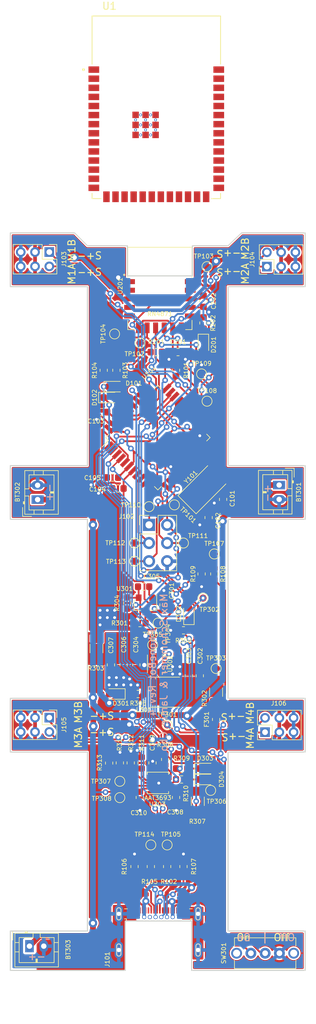
<source format=kicad_pcb>
(kicad_pcb (version 20211014) (generator pcbnew)
  (layers (0 "F.Cu" signal) (31 "B.Cu" signal) (34 "B.Paste" user) (35 "F.Paste" user) (36 "B.SilkS" user "B.Silkscreen") (37 "F.SilkS" user "F.Silkscreen") (38 "B.Mask" user) (39 "F.Mask" user) (44 "Edge.Cuts" user))
  (net 0 "")
  (net 1 "Net-(BT301-Pad1)")
  (net 2 "GND")
  (net 3 "Net-(C103-Pad1)")
  (net 4 "/~{BLE_RST}")
  (net 5 "+3V3")
  (net 6 "Net-(C308-Pad1)")
  (net 7 "/~{RST}")
  (net 8 "/MOSI")
  (net 9 "/SCK")
  (net 10 "+5V")
  (net 11 "/MISO")
  (net 12 "/M1a")
  (net 13 "/M2a")
  (net 14 "/M3a")
  (net 15 "/M4a")
  (net 16 "/VBUS")
  (net 17 "/M1b")
  (net 18 "/M2b")
  (net 19 "/M3b")
  (net 20 "/M4b")
  (net 21 "Net-(R101-Pad2)")
  (net 22 "/RD+")
  (net 23 "/RD-")
  (net 24 "/BLE_MODE")
  (net 25 "/ATMEGA_CTS")
  (net 26 "/ATMEGA_TX")
  (net 27 "/ATMEGA_RX")
  (net 28 "/ATMEGA_RTS")
  (net 29 "Net-(R202-Pad2)")
  (net 30 "Net-(D201-Pad1)")
  (net 31 "Net-(D301-Pad1)")
  (net 32 "Net-(D302-Pad1)")
  (net 33 "Net-(L301-Pad2)")
  (net 34 "/CHG_FULL")
  (net 35 "/CHGING")
  (net 36 "/PowerSheet/Vbat")
  (net 37 "Net-(SW301-Pad2)")
  (net 38 "Net-(C101-Pad2)")
  (net 39 "Net-(C102-Pad1)")
  (net 40 "Net-(C302-Pad1)")
  (net 41 "/PowerSheet/5V_DEBUG")
  (net 42 "Net-(C309-Pad1)")
  (net 43 "/PowerSheet/3V3_DEBUG")
  (net 44 "Net-(D303-Pad1)")
  (net 45 "Net-(D304-Pad1)")
  (net 46 "Net-(J101-PadA7)")
  (net 47 "Net-(J101-PadA6)")
  (net 48 "Net-(J101-PadA5)")
  (net 49 "Net-(J101-PadB5)")
  (net 50 "/VSENS")
  (net 51 "Net-(R311-Pad1)")
  (net 52 "Net-(R312-Pad1)")
  (net 53 "Net-(R313-Pad2)")
  (net 54 "Net-(C301-Pad1)")
  (net 55 "Net-(R306-Pad2)")
  (net 56 "Net-(D101-Pad2)")
  (net 57 "Net-(D102-Pad2)")
  (net 107 "/SCL")
  (net 108 "/SDA")
  (footprint "Connectors_JST:JST_PH_B2B-PH-K_02x2.00mm_Straight" (layer "F.Cu") (at 16.962 -0.988 -90)
    (fp_text reference "BT301")
    (fp_text value "Battery_Cell")
  )
  (footprint "Connectors_JST:JST_PH_B2B-PH-K_02x2.00mm_Straight" (layer "F.Cu") (at -18.016 63.412)
    (fp_text reference "BT303")
    (fp_text value "Battery_Cell")
  )
  (footprint "RN4871-V_RM118:XCVR_RN4871-V%2fRM118" (layer "F.Cu") (at 0.254 -28.448)
    (fp_text reference "U201")
    (fp_text value "RN4871")
  )
  (footprint "Connectors_JST:JST_PH_B2B-PH-K_02x2.00mm_Straight" (layer "F.Cu") (at -16.881 1.042 90)
    (fp_text reference "BT302")
    (fp_text value "Battery_Cell")
  )
  (footprint "CustomFootprints:SW_SPDT_1825232" (layer "F.Cu") (at 15 64.4 180)
    (fp_text reference "SW301")
    (fp_text value "SW_SPDT")
  )
  (footprint "CustomFootprints:HRS_CX70M-24P1" (layer "F.Cu") (at 0.05 63.95)
    (fp_text reference "J101")
    (fp_text value "CX70M-24P1" hide)
    (fp_line (start -5.85 0.55) (end -5.85 -0.55) (layer "Edge.Cuts") (width 0.15))
    (fp_line (start 5.25 0.55) (end 5.25 -0.55) (layer "Edge.Cuts") (width 0.15))
    (fp_line (start 5.85 -0.55) (end 5.85 0.55) (layer "Edge.Cuts") (width 0.15))
    (fp_line (start 5.85 -5.6) (end 5.85 -4.5) (layer "Edge.Cuts") (width 0.15))
    (fp_line (start -5.25 -5.6) (end -5.25 -4.5) (layer "Edge.Cuts") (width 0.15))
    (fp_line (start 5.25 -4.5) (end 5.25 -5.6) (layer "Edge.Cuts") (width 0.15))
    (fp_line (start -5.85 -4.5) (end -5.85 -5.6) (layer "Edge.Cuts") (width 0.15))
    (fp_line (start -5.25 -0.55) (end -5.25 0.55) (layer "Edge.Cuts") (width 0.15))
    (fp_arc (start 5.85 0.55) (mid 5.55 0.85) (end 5.25 0.55) (layer "Edge.Cuts") (width 0.15))
    (fp_arc (start 5.25 -0.55) (mid 5.55 -0.85) (end 5.85 -0.55) (layer "Edge.Cuts") (width 0.15))
    (fp_arc (start 5.85 -4.5) (mid 5.55 -4.2) (end 5.25 -4.5) (layer "Edge.Cuts") (width 0.15))
    (fp_arc (start -5.25 0.55) (mid -5.55 0.85) (end -5.85 0.55) (layer "Edge.Cuts") (width 0.15))
    (fp_arc (start -5.85 -5.6) (mid -5.55 -5.9) (end -5.25 -5.6) (layer "Edge.Cuts") (width 0.15))
    (fp_arc (start -5.25 -4.5) (mid -5.55 -4.2) (end -5.85 -4.5) (layer "Edge.Cuts") (width 0.15))
    (fp_arc (start 5.25 -5.6) (mid 5.55 -5.9) (end 5.85 -5.6) (layer "Edge.Cuts") (width 0.15))
    (fp_arc (start -5.85 -0.55) (mid -5.55 -0.85) (end -5.25 -0.55) (layer "Edge.Cuts") (width 0.15))
  )
  (footprint "Capacitor_SMD:C_0603_1608Metric" (layer "F.Cu") (at 9.110509 1.016 90)
    (fp_text reference "C101")
    (fp_text value "9pF")
  )
  (footprint "Capacitor_SMD:C_0603_1608Metric" (layer "F.Cu") (at 7.078509 3.556 -90)
    (fp_text reference "C102")
    (fp_text value "9pF")
  )
  (footprint "Capacitor_SMD:C_0603_1608Metric" (layer "F.Cu") (at -7.907491 -11.176 180)
    (fp_text reference "C103")
    (fp_text value "100nF")
  )
  (footprint "Capacitor_SMD:C_0603_1608Metric" (layer "F.Cu") (at -5.621491 -0.508)
    (fp_text reference "C104")
    (fp_text value "10uF")
  )
  (footprint "Capacitor_SMD:C_0603_1608Metric" (layer "F.Cu") (at -6.383491 -2.032)
    (fp_text reference "C105")
    (fp_text value "1uF")
  )
  (footprint "Capacitor_SMD:C_0603_1608Metric" (layer "F.Cu") (at 2.794 -19.558)
    (fp_text reference "C201")
    (fp_text value "1uF")
  )
  (footprint "Capacitor_SMD:C_0603_1608Metric" (layer "F.Cu") (at 6.35 -26.67 -90)
    (fp_text reference "C202")
    (fp_text value "10uF")
  )
  (footprint "Capacitor_SMD:C_0603_1608Metric" (layer "F.Cu") (at 0.762 15.748 90)
    (fp_text reference "C301")
    (fp_text value "1uF")
  )
  (footprint "Capacitor_SMD:C_0603_1608Metric" (layer "F.Cu") (at 5.842 25.654 90)
    (fp_text reference "C302")
    (fp_text value "10uF")
  )
  (footprint "Capacitor_SMD:C_0603_1608Metric" (layer "F.Cu") (at 4.318 25.654 90)
    (fp_text reference "C303")
    (fp_text value "1uF")
  )
  (footprint "Capacitor_SMD:C_0603_1608Metric" (layer "F.Cu") (at -3.048 24.13 -90)
    (fp_text reference "C304")
    (fp_text value "22uF")
  )
  (footprint "Capacitor_SMD:C_0603_1608Metric" (layer "F.Cu") (at -2.032 13.208)
    (fp_text reference "C305")
    (fp_text value "1uF")
  )
  (footprint "Capacitor_SMD:C_0603_1608Metric" (layer "F.Cu") (at -4.826 24.13 -90)
    (fp_text reference "C306")
    (fp_text value "22uF")
  )
  (footprint "Capacitor_SMD:C_0603_1608Metric" (layer "F.Cu") (at -6.604 24.13 -90)
    (fp_text reference "C307")
    (fp_text value "22uF")
  )
  (footprint "Capacitor_SMD:C_0603_1608Metric" (layer "F.Cu") (at 2.5145 42.6465 -90)
    (fp_text reference "C308")
    (fp_text value "10uF")
  )
  (footprint "Capacitor_SMD:C_0603_1608Metric" (layer "F.Cu") (at -0.7875 37.8205 90)
    (fp_text reference "C309")
    (fp_text value "100nF")
  )
  (footprint "Capacitor_SMD:C_0603_1608Metric" (layer "F.Cu") (at -2.5655 42.6465 90)
    (fp_text reference "C310")
    (fp_text value "10uF")
  )
  (footprint "LED_SMD:LED_0603_1608Metric" (layer "F.Cu") (at 6.35 -20.574 -90)
    (fp_text reference "D201")
    (fp_text value "LED_R")
  )
  (footprint "LED_SMD:LED_0603_1608Metric" (layer "F.Cu") (at -6.096 28.194 180)
    (fp_text reference "D301")
    (fp_text value "LED_R")
  )
  (footprint "LED_SMD:LED_0603_1608Metric" (layer "F.Cu") (at 6.5785 40.132)
    (fp_text reference "D304")
    (fp_text value "LED_R")
  )
  (footprint "Connector_PinHeader_2.54mm:PinHeader_2x03_P2.54mm_Vertical" (layer "F.Cu") (at -1.27 4.572)
    (fp_text reference "J102")
    (fp_text value "AVR-ISP-6")
  )
  (footprint "Inductor_SMD:L_Taiyo-Yuden_MD-4040" (layer "F.Cu") (at 1.016 27.94 180)
    (fp_text reference "L301")
    (fp_text value "1uH")
  )
  (footprint "Resistor_SMD:R_0603_1608Metric" (layer "F.Cu") (at 2.506509 -17.018 -90)
    (fp_text reference "R101")
    (fp_text value "10K")
  )
  (footprint "Resistor_SMD:R_0603_1608Metric" (layer "F.Cu") (at 1.27 52.2985 -90)
    (fp_text reference "R102")
    (fp_text value "22R")
  )
  (footprint "Resistor_SMD:R_0603_1608Metric" (layer "F.Cu") (at -1.016 52.2985 90)
    (fp_text reference "R105")
    (fp_text value "22R")
  )
  (footprint "Resistor_SMD:R_0603_1608Metric" (layer "F.Cu") (at -3.302 52.2985 90)
    (fp_text reference "R106")
    (fp_text value "5.1K")
  )
  (footprint "Resistor_SMD:R_0603_1608Metric" (layer "F.Cu") (at 3.556 52.2985 90)
    (fp_text reference "R107")
    (fp_text value "5.1K")
  )
  (footprint "Resistor_SMD:R_0603_1608Metric" (layer "F.Cu") (at 7.874 11.43 90)
    (fp_text reference "R108")
    (fp_text value "1M")
  )
  (footprint "Resistor_SMD:R_0603_1608Metric" (layer "F.Cu") (at 6.096 11.43 -90)
    (fp_text reference "R109")
    (fp_text value "3.6M")
  )
  (footprint "Resistor_SMD:R_0603_1608Metric" (layer "F.Cu") (at -0.254 -19.558)
    (fp_text reference "R201")
    (fp_text value "4.7K")
  )
  (footprint "Resistor_SMD:R_0603_1608Metric" (layer "F.Cu") (at 6.35 -23.622 90)
    (fp_text reference "R202")
    (fp_text value "330R")
  )
  (footprint "Resistor_SMD:R_0603_1608Metric" (layer "F.Cu") (at -2.54 18.288)
    (fp_text reference "R301")
    (fp_text value "0R")
  )
  (footprint "Resistor_SMD:R_1206_3216Metric" (layer "F.Cu") (at 8.128 27.94 90)
    (fp_text reference "R302")
    (fp_text value "0R")
  )
  (footprint "Resistor_SMD:R_1206_3216Metric" (layer "F.Cu") (at -8.636 21.844 -90)
    (fp_text reference "R303")
    (fp_text value "0R")
  )
  (footprint "Resistor_SMD:R_0603_1608Metric" (layer "F.Cu") (at -4.318 15.494 90)
    (fp_text reference "R304")
    (fp_text value "0R")
  )
  (footprint "Resistor_SMD:R_0603_1608Metric" (layer "F.Cu") (at -2.794 28.194)
    (fp_text reference "R305")
    (fp_text value "560R")
  )
  (footprint "Resistor_SMD:R_0603_1608Metric" (layer "F.Cu") (at 0.9905 37.338 -90)
    (fp_text reference "R306")
    (fp_text value "0R")
  )
  (footprint "Resistor_SMD:R_1206_3216Metric" (layer "F.Cu") (at 5.5625 43.18 90)
    (fp_text reference "R307")
    (fp_text value "0R")
  )
  (footprint "Resistor_SMD:R_0603_1608Metric" (layer "F.Cu") (at 3.302 38.608)
    (fp_text reference "R309")
    (fp_text value "1.5k")
  )
  (footprint "Resistor_SMD:R_0603_1608Metric" (layer "F.Cu") (at 3.302 40.132)
    (fp_text reference "R310")
    (fp_text value "1.5k")
  )
  (footprint "Resistor_SMD:R_0603_1608Metric" (layer "F.Cu") (at -2.3115 37.8205 90)
    (fp_text reference "R311")
    (fp_text value "1.47k")
  )
  (footprint "Resistor_SMD:R_0603_1608Metric" (layer "F.Cu") (at -3.8355 37.8205 90)
    (fp_text reference "R312")
    (fp_text value "13.3k")
  )
  (footprint "Resistor_SMD:R_0603_1608Metric" (layer "F.Cu") (at -6.858 37.846 -90)
    (fp_text reference "R313")
    (fp_text value "10k")
  )
  (footprint "Resistor_SMD:R_0603_1608Metric" (layer "F.Cu") (at -5.3595 37.8205 90)
    (fp_text reference "R314")
    (fp_text value "10k")
  )
  (footprint "TestPoint:TestPoint_Pad_D1.0mm" (layer "F.Cu") (at 2.286 1.778)
    (fp_text reference "TP101")
    (fp_text value "TestPoint")
  )
  (footprint "TestPoint:TestPoint_Pad_D1.0mm" (layer "F.Cu") (at -2.54 -20.828)
    (fp_text reference "TP102")
    (fp_text value "TestPoint")
  )
  (footprint "TestPoint:TestPoint_Pad_D1.0mm" (layer "F.Cu") (at 6.858 -31.496)
    (fp_text reference "TP103")
    (fp_text value "TestPoint")
  )
  (footprint "TestPoint:TestPoint_Pad_D1.0mm" (layer "F.Cu") (at -6.096 -22.098)
    (fp_text reference "TP104")
    (fp_text value "TestPoint")
  )
  (footprint "TestPoint:TestPoint_Pad_D1.0mm" (layer "F.Cu") (at 1.27 49.276)
    (fp_text reference "TP105")
    (fp_text value "TestPoint")
  )
  (footprint "TestPoint:TestPoint_Pad_D1.0mm" (layer "F.Cu") (at 7.874 8.636)
    (fp_text reference "TP107")
    (fp_text value "TestPoint")
  )
  (footprint "TestPoint:TestPoint_Pad_D1.0mm" (layer "F.Cu") (at 6.858 -12.7)
    (fp_text reference "TP108")
    (fp_text value "TestPoint")
  )
  (footprint "TestPoint:TestPoint_Pad_D1.0mm" (layer "F.Cu") (at 6.096 -16.51)
    (fp_text reference "TP109")
    (fp_text value "TestPoint")
  )
  (footprint "TestPoint:TestPoint_Pad_D1.0mm" (layer "F.Cu") (at -1.27 2.032 180)
    (fp_text reference "TP110")
    (fp_text value "TestPoint")
  )
  (footprint "TestPoint:TestPoint_Pad_D1.0mm" (layer "F.Cu") (at 3.556 7.112 180)
    (fp_text reference "TP111")
    (fp_text value "TestPoint")
  )
  (footprint "TestPoint:TestPoint_Pad_D1.0mm" (layer "F.Cu") (at -3.302 7.112 180)
    (fp_text reference "TP112")
    (fp_text value "TestPoint")
  )
  (footprint "TestPoint:TestPoint_Pad_D1.0mm" (layer "F.Cu") (at -3.302 9.652 180)
    (fp_text reference "TP113")
    (fp_text value "TestPoint")
  )
  (footprint "TestPoint:TestPoint_Pad_D1.0mm" (layer "F.Cu") (at 1.27 32.512)
    (fp_text reference "TP301")
    (fp_text value "TestPoint")
  )
  (footprint "TestPoint:TestPoint_Pad_D1.0mm" (layer "F.Cu") (at 8.128 24.638)
    (fp_text reference "TP303")
    (fp_text value "TestPoint")
  )
  (footprint "TestPoint:TestPoint_Pad_D1.0mm" (layer "F.Cu") (at 7.366 41.656)
    (fp_text reference "TP306")
    (fp_text value "TestPoint")
  )
  (footprint "TestPoint:TestPoint_Pad_D1.0mm" (layer "F.Cu") (at -5.3595 40.386 180)
    (fp_text reference "TP307")
    (fp_text value "TestPoint")
  )
  (footprint "TestPoint:TestPoint_Pad_D1.0mm" (layer "F.Cu") (at -5.3595 42.672 180)
    (fp_text reference "TP308")
    (fp_text value "TestPoint")
  )
  (footprint "Package_QFP:TQFP-44_10x10mm_P0.8mm" (layer "F.Cu") (at -0.033491 -7.62 45)
    (fp_text reference "U101")
    (fp_text value "ATmega32U4-AU")
  )
  (footprint "CustomFootprints:TPS61235PRWLT" (layer "F.Cu") (at -1.016 24.892 90)
    (fp_text reference "U302")
    (fp_text value "TPS61235P" hide)
  )
  (footprint "CustomFootprints:AAT3693" (layer "F.Cu") (at -0.0255 40.6145 180)
    (fp_text reference "U303")
    (fp_text value "AAT3693")
  )
  (footprint "Crystal:Crystal_SMD_Abracon_ABM3-2Pin_5.0x3.2mm" (layer "F.Cu") (at 6.316509 -0.508 45)
    (fp_text reference "Y101")
    (fp_text value "ABM3-8.000MHZ-D2Y-T")
  )
  (footprint "Connector_PinHeader_2.00mm:PinHeader_2x03_P2.00mm_Vertical" (layer "F.Cu") (at -15.24 -33.528 -90)
    (fp_text reference "J103")
    (fp_text value "Conn_02x03_Odd_Even")
  )
  (footprint "Connector_PinHeader_2.00mm:PinHeader_2x03_P2.00mm_Vertical" (layer "F.Cu") (at 15.24 -31.496 90)
    (fp_text reference "J104")
    (fp_text value "Conn_02x03_Odd_Even")
  )
  (footprint "Connector_PinHeader_2.00mm:PinHeader_2x03_P2.00mm_Vertical" (layer "F.Cu") (at -15.24 31.496 -90)
    (fp_text reference "J105")
    (fp_text value "Conn_02x03_Odd_Even")
  )
  (footprint "Connector_PinHeader_2.00mm:PinHeader_2x03_P2.00mm_Vertical" (layer "F.Cu") (at 14.986 33.528 90)
    (fp_text reference "J106")
    (fp_text value "Conn_02x03_Odd_Even")
  )
  (footprint "TestPoint:TestPoint_Pad_D1.0mm" (layer "F.Cu") (at -1.016 49.276)
    (fp_text reference "TP114")
    (fp_text value "TestPoint")
  )
  (footprint "LED_SMD:LED_0603_1608Metric" (layer "F.Cu") (at 6.604 38.608)
    (fp_text reference "D303")
    (fp_text value "LED_G")
  )
  (footprint "CustomFootprints:Fuse_0603_1608Metric" (layer "F.Cu") (at 8.128 31.75 -90)
    (fp_text reference "F301")
    (fp_text value "Fuse")
  )
  (footprint "Diode_SMD:D_0603_1608Metric" (layer "F.Cu") (at -6.096 -14.732)
    (fp_text reference "D101")
    (fp_text value "D")
  )
  (footprint "Diode_SMD:D_0603_1608Metric" (layer "F.Cu") (at -6.858 -13.208)
    (fp_text reference "D102")
    (fp_text value "D")
  )
  (footprint "Resistor_SMD:R_0603_1608Metric" (layer "F.Cu") (at -5.842 -17.018 -90)
    (fp_text reference "R103")
    (fp_text value "10K")
  )
  (footprint "Resistor_SMD:R_0603_1608Metric" (layer "F.Cu") (at -7.62 -17.018 -90)
    (fp_text reference "R104")
    (fp_text value "10K")
  )
  (footprint "Package_TO_SOT_SMD:SOT-23" (layer "F.Cu") (at -1.778 15.748 -90)
    (fp_text reference "U301")
    (fp_text value "AP2138N-3.3TRG1")
  )
  (footprint "Resistor_SMD:R_0603_1608Metric" (layer "F.Cu") (at 3.556 19.304 180)
    (fp_text reference "R308")
    (fp_text value "220R")
  )
  (footprint "LED_SMD:LED_0603_1608Metric" (layer "F.Cu") (at 4.318 17.018 90)
    (fp_text reference "D302")
    (fp_text value "LED_G")
  )
  (footprint "TestPoint:TestPoint_Pad_D1.0mm" (layer "F.Cu") (at -0.762 21.336)
    (fp_text reference "TP305")
    (fp_text value "TestPoint")
  )
  (footprint "TestPoint:TestPoint_Pad_D1.0mm" (layer "F.Cu") (at 0 18.288)
    (fp_text reference "TP304")
    (fp_text value "TestPoint")
  )
  (footprint "TestPoint:TestPoint_Pad_D1.0mm" (layer "F.Cu") (at 6.3 14.8)
    (fp_text reference "TP302")
    (fp_text value "TestPoint")
  )
  (footprint "CustomFootprints:XCVR_ESP32-S3-WROOM-1-N16R8" (layer "F.Cu") (at -0.25 -53.75)
    (fp_text reference "U1")
    (fp_text value "ESP32-S3-WROOM-1-N16R8")
  )
  (gr_line (start 20.6 -3.7) (end 9.8 -3.7) (layer "Edge.Cuts") (width 0.15))
  (gr_line (start -9.9 -34.4) (end -11.7 -36.2) (layer "Edge.Cuts") (width 0.15))
  (gr_line (start 11.7 -36.2) (end 9.8 -34.4) (layer "Edge.Cuts") (width 0.15))
  (gr_line (start 20.6 61.3) (end 9.8 61.3) (layer "Edge.Cuts") (width 0.15))
  (gr_line (start -20.7 66.8) (end -4.6 66.8) (layer "Edge.Cuts") (width 0.15))
  (gr_line (start 9.8 -28.7) (end 20.6 -28.7) (layer "Edge.Cuts") (width 0.15))
  (gr_line (start 9.8 61.3) (end 9.8 36.3) (layer "Edge.Cuts") (width 0.15))
  (gr_line (start 4.8 -34.4) (end 4.8 -30.2) (layer "Edge.Cuts") (width 0.15))
  (gr_line (start 9.8 36.3) (end 20.6 36.3) (layer "Edge.Cuts") (width 0.15))
  (gr_line (start -20.7 36.3) (end -9.9 36.3) (layer "Edge.Cuts") (width 0.15))
  (gr_line (start -20.7 61.3) (end -20.7 66.8) (layer "Edge.Cuts") (width 0.15))
  (gr_line (start -11.7 -36.2) (end -20.7 -36.2) (layer "Edge.Cuts") (width 0.15))
  (gr_line (start 9.8 -34.4) (end 4.8 -34.4) (layer "Edge.Cuts") (width 0.15))
  (gr_line (start -20.7 -36.2) (end -20.7 -28.7) (layer "Edge.Cuts") (width 0.15))
  (gr_line (start 4.8 -30.2) (end -4.3 -30.2) (layer "Edge.Cuts") (width 0.15))
  (gr_line (start 4.7 66.8) (end 20.6 66.8) (layer "Edge.Cuts") (width 0.15))
  (gr_line (start 20.6 66.8) (end 20.6 61.3) (layer "Edge.Cuts") (width 0.15))
  (gr_line (start -9.9 61.3) (end -20.7 61.3) (layer "Edge.Cuts") (width 0.15))
  (gr_line (start -20.7 -3.7) (end -20.7 3.8) (layer "Edge.Cuts") (width 0.15))
  (gr_line (start 20.6 -36.2) (end 11.7 -36.2) (layer "Edge.Cuts") (width 0.15))
  (gr_line (start 20.6 -28.7) (end 20.6 -36.2) (layer "Edge.Cuts") (width 0.15))
  (gr_line (start 4.7 59.9) (end 4.7 66.8) (layer "Edge.Cuts") (width 0.15))
  (gr_line (start -20.7 3.8) (end -9.9 3.8) (layer "Edge.Cuts") (width 0.15))
  (gr_line (start -4.6 66.8) (end -4.6 59.9) (layer "Edge.Cuts") (width 0.15))
  (gr_line (start 9.8 -3.7) (end 9.8 -28.7) (layer "Edge.Cuts") (width 0.15))
  (gr_line (start -9.9 -28.7) (end -9.9 -3.7) (layer "Edge.Cuts") (width 0.15))
  (gr_line (start -20.7 -28.7) (end -9.9 -28.7) (layer "Edge.Cuts") (width 0.15))
  (gr_line (start -4.3 -30.2) (end -4.3 -34.4) (layer "Edge.Cuts") (width 0.15))
  (gr_line (start 9.8 3.8) (end 20.6 3.8) (layer "Edge.Cuts") (width 0.15))
  (gr_line (start -9.9 28.8) (end -20.7 28.8) (layer "Edge.Cuts") (width 0.15))
  (gr_line (start 20.6 28.8) (end 9.8 28.8) (layer "Edge.Cuts") (width 0.15))
  (gr_line (start -9.9 36.3) (end -9.9 61.3) (layer "Edge.Cuts") (width 0.15))
  (gr_line (start -9.9 3.8) (end -9.9 28.8) (layer "Edge.Cuts") (width 0.15))
  (gr_line (start 20.6 36.3) (end 20.6 28.8) (layer "Edge.Cuts") (width 0.15))
  (gr_line (start 20.6 3.8) (end 20.6 -3.7) (layer "Edge.Cuts") (width 0.15))
  (gr_line (start 9.8 28.8) (end 9.8 3.8) (layer "Edge.Cuts") (width 0.15))
  (gr_line (start -4.6 59.9) (end 4.7 59.9) (layer "Edge.Cuts") (width 0.15))
  (gr_line (start -4.3 -34.4) (end -9.9 -34.4) (layer "Edge.Cuts") (width 0.15))
  (gr_line (start -20.7 28.8) (end -20.7 36.3) (layer "Edge.Cuts") (width 0.15))
  (gr_line (start -9.9 -3.7) (end -20.7 -3.7) (layer "Edge.Cuts") (width 0.15))
  (gr_text "+-" (at -15.081 0.042 270) (layer "B.SilkS") (effects (font (size 1 1)) (justify mirror)))
  (gr_text "+-" (at 15.3 0.155 90) (layer "B.SilkS") (effects (font (size 1 1)) (justify mirror)))
  (gr_text "PhoneBot Rev 4\nMax Schommer & Jamie Cho" (at 0 25.2 90) (layer "B.SilkS") (effects (font (size 1 1)) (justify mirror)))
  (gr_text "Off  |  On" (at 15.1 62.2) (layer "B.SilkS") (effects (font (size 1 1)) (justify mirror)))
  (gr_text "+-" (at -17 65 180) (layer "B.SilkS") (effects (font (size 1 1)) (justify mirror)))
  (gr_text "-+S" (at -9.6 -33.02) (layer "F.SilkS") (effects (font (size 1 1))))
  (gr_text "-+S" (at -9.6 -30.734) (layer "F.SilkS") (effects (font (size 1 1))))
  (gr_text "-+S" (at 9.9 -30.734 180) (layer "F.SilkS") (effects (font (size 1 1))))
  (gr_text "-+S" (at 9.9 -33.3 180) (layer "F.SilkS") (effects (font (size 1 1))))
  (gr_text "M1B" (at -12.1 -33.782 90) (layer "F.SilkS") (effects (font (size 1 1))))
  (gr_text "M2B" (at 12.2 -34 90) (layer "F.SilkS") (effects (font (size 1 1))))
  (gr_text "M4B" (at 12.9 30.856 90) (layer "F.SilkS") (effects (font (size 1 1))))
  (gr_text "M3B" (at -11.176 30.734 90) (layer "F.SilkS") (effects (font (size 1 1))))
  (gr_text "M3A" (at -11.176 34.29 90) (layer "F.SilkS") (effects (font (size 1 1))))
  (gr_text "M4A" (at 12.9 34.4 90) (layer "F.SilkS") (effects (font (size 1 1))))
  (gr_text "M1A" (at -12.1 -30.48 90) (layer "F.SilkS") (effects (font (size 1 1))))
  (gr_text "M2A" (at 12.2 -30.5 90) (layer "F.SilkS") (effects (font (size 1 1))))
  (gr_text "-+S" (at 10.5 31.4 180) (layer "F.SilkS") (effects (font (size 1 1))))
  (gr_text "-+S" (at 10.6 34.2 180) (layer "F.SilkS") (effects (font (size 1 1))))
  (gr_text "-+S" (at -7.874 31.242) (layer "F.SilkS") (effects (font (size 1 1))))
  (gr_text "On  | Off" (at 14.7 62.2) (layer "F.SilkS") (effects (font (size 1 1))))
  (gr_text "-+S" (at -7.874 33.528) (layer "F.SilkS") (effects (font (size 1 1))))
  (segment (start -9.072119 28.754871) (end -9.12499 28.702) (width 0.8) (layer "F.Cu") (net 1))
  (segment (start 16.962 -0.988) (end 13.688 -0.988) (width 0.8) (layer "F.Cu") (net 1))
  (segment (start -1.1255 41.4145) (end -2.121 41.4145) (width 0.25) (layer "F.Cu") (net 1))
  (segment (start -4.5465 41.859) (end -5.3595 42.672) (width 0.25) (layer "F.Cu") (net 1))
  (segment (start 3.973678 31.150646) (end -3.589568 31.150646) (width 0.8) (layer "F.Cu") (net 1))
  (segment (start -4.5465 41.859) (end -7.315 41.859) (width 0.25) (layer "F.Cu") (net 1))
  (segment (start -2.121 41.4145) (end -2.5655 41.859) (width 0.25) (layer "F.Cu") (net 1))
  (segment (start -16.58 61.976) (end -9.652 61.976) (width 0.8) (layer "F.Cu") (net 1))
  (segment (start -9.124964 3.321036) (end -9.124964 4.572) (width 0.8) (layer "F.Cu") (net 1))
  (segment (start 5.360532 32.5375) (end 4.065032 31.242) (width 0.8) (layer "F.Cu") (net 1))
  (segment (start 8.128 32.5375) (end 5.360532 32.5375) (width 0.8) (layer "F.Cu") (net 1))
  (segment (start -11.404 1.042) (end -9.124964 3.321036) (width 0.8) (layer "F.Cu") (net 1))
  (segment (start -16.881 1.042) (end -11.404 1.042) (width 0.8) (layer "F.Cu") (net 1))
  (segment (start 4.065032 31.242) (end 3.973678 31.150646) (width 0.8) (layer "F.Cu") (net 1))
  (segment (start -2.5655 41.859) (end -4.5465 41.859) (width 0.25) (layer "F.Cu") (net 1))
  (segment (start -7.315 41.859) (end -7.366 41.91) (width 0.25) (layer "F.Cu") (net 1))
  (segment (start 9.024958 3.675042) (end 9.024958 4.064) (width 0.8) (layer "F.Cu") (net 1))
  (segment (start -9.652 61.976) (end -9.12493 61.44893) (width 0.8) (layer "F.Cu") (net 1))
  (segment (start -9.12493 61.44893) (end -9.12493 60.198) (width 0.8) (layer "F.Cu") (net 1))
  (segment (start -9.072119 32.70015) (end -9.072119 28.754871) (width 0.8) (layer "F.Cu") (net 1))
  (segment (start 13.688 -0.988) (end 9.024958 3.675042) (width 0.8) (layer "F.Cu") (net 1))
  (segment (start -18.016 63.412) (end -16.58 61.976) (width 0.8) (layer "F.Cu") (net 1))
  (via (at -9.12499 28.702) (size 1.2) (drill 0.6) (layers "F.Cu" "B.Cu") (net 1))
  (via (at -9.12493 60.198) (size 1.2) (drill 0.6) (layers "F.Cu" "B.Cu") (net 1))
  (via (at 4.065032 31.242) (size 1.2) (drill 0.6) (layers "F.Cu" "B.Cu") (net 1))
  (via (at -7.366 41.91) (size 0.8) (drill 0.4) (layers "F.Cu" "B.Cu") (net 1))
  (via (at -9.072119 32.70015) (size 1.2) (drill 0.6) (layers "F.Cu" "B.Cu") (net 1))
  (via (at -3.589568 31.150646) (size 1.2) (drill 0.6) (layers "F.Cu" "B.Cu") (net 1))
  (via (at 9.024958 4.064) (size 1.2) (drill 0.6) (layers "F.Cu" "B.Cu") (net 1))
  (via (at -9.124964 4.572) (size 1.2) (drill 0.6) (layers "F.Cu" "B.Cu") (net 1))
  (segment (start 9.024958 26.282074) (end 4.065032 31.242) (width 0.8) (layer "B.Cu") (net 1))
  (segment (start -9.10586 41.91) (end -9.12493 41.89093) (width 0.25) (layer "B.Cu") (net 1))
  (segment (start -9.12499 29.550528) (end -7.524872 31.150646) (width 0.8) (layer "B.Cu") (net 1))
  (segment (start -9.12499 28.702) (end -9.12499 29.550528) (width 0.8) (layer "B.Cu") (net 1))
  (segment (start -9.124964 28.701974) (end -9.12499 28.702) (width 0.8) (layer "B.Cu") (net 1))
  (segment (start -7.366 41.91) (end -9.10586 41.91) (width 0.25) (layer "B.Cu") (net 1))
  (segment (start -7.524872 31.150646) (end -3.589568 31.150646) (width 0.8) (layer "B.Cu") (net 1))
  (segment (start 9.024958 4.064) (end 9.024958 26.282074) (width 0.8) (layer "B.Cu") (net 1))
  (segment (start -9.12493 60.198) (end -9.12493 41.89093) (width 0.8) (layer "B.Cu") (net 1))
  (segment (start -9.12493 32.752961) (end -9.072119 32.70015) (width 0.8) (layer "B.Cu") (net 1))
  (segment (start -9.12493 41.89093) (end -9.12493 32.752961) (width 0.8) (layer "B.Cu") (net 1))
  (segment (start -9.124964 4.572) (end -9.124964 28.701974) (width 0.8) (layer "B.Cu") (net 1))
  (segment (start -8.503882 -11.176) (end -8.694991 -11.176) (width 0.25) (layer "F.Cu") (net 2))
  (segment (start -1.2445 13.208) (end -1.2445 14.3315) (width 0.25) (layer "F.Cu") (net 2))
  (segment (start 3.5815 -19.558) (end 3.5815 -18.801402) (width 0.25) (layer "F.Cu") (net 2))
  (segment (start 0.229 22.842) (end 0.229 22.123) (width 0.25) (layer "F.Cu") (net 2))
  (segment (start 2.865647 -2.468353) (end 1.778 -3.556) (width 0.25) (layer "F.Cu") (net 2))
  (segment (start -5.3595 36.369523) (end -5.334 36.344023) (width 0.25) (layer "F.Cu") (net 2))
  (segment (start -4.245577 -5.149942) (end -4.245577 -4.539285) (width 0.25) (layer "F.Cu") (net 2))
  (segment (start 7.0865 -25.146) (end 6.35 -25.8825) (width 0.25) (layer "F.Cu") (net 2))
  (segment (start 3.198 57.658) (end 3.965 58.425) (width 0.25) (layer "F.Cu") (net 2))
  (segment (start -0.7875 37.5665) (end -0.762 37.592) (width 0.25) (layer "F.Cu") (net 2))
  (segment (start 7.112 -25.146) (end 7.0865 -25.146) (width 0.25) (layer "F.Cu") (net 2))
  (segment (start -7.842221 -2.70323) (end -7.842221 -8.746586) (width 0.25) (layer "F.Cu") (net 2))
  (segment (start -2.5655 44.4245) (end -2.54 44.45) (width 0.25) (layer "F.Cu") (net 2))
  (segment (start -0.7875 37.033) (end -0.7875 37.5665) (width 0.25) (layer "F.Cu") (net 2))
  (segment (start 3.048 24.384) (end 3.048 21.844) (width 0.5) (layer "F.Cu") (net 2))
  (segment (start -0.0255 40.6145) (end 0.066512 40.6145) (width 0.25) (layer "F.Cu") (net 2))
  (segment (start -1.2445 14.3315) (end -0.828 14.748) (width 0.25) (layer "F.Cu") (net 2))
  (segment (start -3.8355 37.033) (end -3.8355 36.21051) (width 0.25) (layer "F.Cu") (net 2))
  (segment (start 2.25 57.952168) (end 2.544168 57.658) (width 0.25) (layer "F.Cu") (net 2))
  (segment (start -2.0065 28.194) (end -2.0065 25.959) (width 0.8) (layer "F.Cu") (net 2))
  (segment (start -2.698918 24.9175) (end -1.930557 24.149139) (width 0.5) (layer "F.Cu") (net 2))
  (segment (start -3.302 51.511) (end -3.302 50.546) (width 0.25) (layer "F.Cu") (net 2))
  (segment (start -4.396 -28.198) (end -5.588 -29.39) (width 0.5) (layer "F.Cu") (net 2))
  (segment (start -7.842221 -8.746586) (end -4.245577 -5.149942) (width 0.25) (layer "F.Cu") (net 2))
  (segment (start -1.801258 -13.91325) (end -1.801258 -13.993258) (width 0.25) (layer "F.Cu") (net 2))
  (segment (start 2.544168 57.658) (end 3.198 57.658) (width 0.25) (layer "F.Cu") (net 2))
  (segment (start 0.229 22.123) (end 0.508 21.844) (width 0.25) (layer "F.Cu") (net 2))
  (segment (start -0.0255 40.6145) (end -0.0255 40.452298) (width 0.25) (layer "F.Cu") (net 2))
  (segment (start 2.7685 19.304) (end 1.778 19.304) (width 0.25) (layer "F.Cu") (net 2))
  (segment (start -3.865 57.713) (end -3.865 58.425) (width 0.25) (layer "F.Cu") (net 2))
  (segment (start 9.110509 1.8035) (end 8.1535 1.8035) (width 0.25) (layer "F.Cu") (net 2))
  (segment (start -6.408991 -0.508) (end -7.675373 -0.508) (width 0.25) (layer "F.Cu") (net 2))
  (segment (start -2.0065 28.194) (end -2.98151 29.16901) (width 0.8) (layer "F.Cu") (net 2))
  (segment (start -4.826 30.734) (end -4.826 31.663573) (width 0.8) (layer "F.Cu") (net 2))
  (segment (start -2.3115 36.688521) (end -2.932021 36.068) (width 0.25) (layer "F.Cu") (net 2))
  (segment (start -0.0255 40.452298) (end 0.612298 39.8145) (width 0.25) (layer "F.Cu") (net 2))
  (segment (start 6.2655 -25.798) (end 6.35 -25.8825) (width 0.25) (layer "F.Cu") (net 2))
  (segment (start -2.98151 29.16901) (end -3.26101 29.16901) (width 0.8) (layer "F.Cu") (net 2))
  (segment (start 0.612298 39.8145) (end 1.0745 39.8145) (width 0.25) (layer "F.Cu") (net 2))
  (segment (start 3.048 21.844) (end 1.27 20.066) (width 0.5) (layer "F.Cu") (net 2))
  (segment (start -4.245577 -4.539285) (end -4.629685 -4.155177) (width 0.25) (layer "F.Cu") (net 2))
  (segment (start -0.828 14.748) (end 0.5495 14.748) (width 0.25) (layer "F.Cu") (net 2))
  (segment (start -3.302 57.15) (end -3.865 57.713) (width 0.25) (layer "F.Cu") (net 2))
  (segment (start 3.5815 -18.801402) (end 3.825451 -18.557451) (width 0.25) (layer "F.Cu") (net 2))
  (segment (start 2.25 58.425) (end 2.25 57.952168) (width 0.25) (layer "F.Cu") (net 2))
  (segment (start -8.694991 -11.176) (end -8.694991 -10.218991) (width 0.25) (layer "F.Cu") (net 2))
  (segment (start 6.825445 -8.822082) (end 6.790082 -8.822082) (width 0.25) (layer "F.Cu") (net 2))
  (segment (start -4.826 31.663573) (end -4.040679 32.448894) (width 0.8) (layer "F.Cu") (net 2))
  (segment (start -7.675373 -0.508) (end -8.343636 0.160263) (width 0.25) (layer "F.Cu") (net 2))
  (segment (start 0.5495 14.748) (end 0.762 14.9605) (width 0.25) (layer "F.Cu") (net 2))
  (segment (start 1.27 20.066) (end -1.778 20.066) (width 0.5) (layer "F.Cu") (net 2))
  (segment (start -1.801258 -13.993258) (end -2.794 -14.986) (width 0.25) (layer "F.Cu") (net 2))
  (segment (start 8.1535 1.8035) (end 7.874 1.524) (width 0.25) (layer "F.Cu") (net 2))
  (segment (start -8.694991 -10.218991) (end -8.636 -10.16) (width 0.25) (layer "F.Cu") (net 2))
  (segment (start 0.066512 40.6145) (end 0.092012 40.64) (width 0.25) (layer "F.Cu") (net 2))
  (segment (start 2.506509 -17.8055) (end 2.2605 -17.8055) (width 0.25) (layer "F.Cu") (net 2))
  (segment (start -7.170991 -2.032) (end -8.382 -2.032) (width 0.25) (layer "F.Cu") (net 2))
  (segment (start 2.5145 43.434) (end 2.5145 44.4245) (width 0.25) (layer "F.Cu") (net 2))
  (segment (start 0.762 14.9605) (end 0.762 13.792539) (width 0.25) (layer "F.Cu") (net 2))
  (segment (start 2.2605 -17.8055) (end 1.524 -18.542) (width 0.25) (layer "F.Cu") (net 2))
  (segment (start 2.032 24.384) (end 2.032 25.4) (width 0.5) (layer "F.Cu") (net 2))
  (segment (start -5.588 -29.39) (end -5.588 -29.972) (width 0.5) (layer "F.Cu") (net 2))
  (segment (start -2.15 58.425) (end -2.15 57.75) (width 0.25) (layer "F.Cu") (net 2))
  (segment (start -5.3595 37.033) (end -5.3595 36.369523) (width 0.25) (layer "F.Cu") (net 2))
  (segment (start 3.556 51.511) (end 3.556 50.546) (width 0.25) (layer "F.Cu") (net 2))
  (segment (start 2.032 25.4) (end 3.048 25.4) (width 0.5) (layer "F.Cu") (net 2))
  (segment (start 7.078509 4.3435) (end 6.0705 4.3435) (width 0.25) (layer "F.Cu") (net 2))
  (segment (start 2.5145 44.4245) (end 2.54 44.45) (width 0.25) (layer "F.Cu") (net 2))
  (segment (start 4.504 -25.798) (end 6.2655 -25.798) (width 0.25) (layer "F.Cu") (net 2))
  (segment (start -2.15 57.75) (end -2.75 57.15) (width 0.25) (layer "F.Cu") (net 2))
  (segment (start 3.048 25.4) (end 3.048 24.384) (width 0.5) (layer "F.Cu") (net 2))
  (segment (start -3.26101 29.16901) (end -4.826 30.734) (width 0.8) (layer "F.Cu") (net 2))
  (segment (start 6.790082 -8.822082) (end 5.842 -7.874) (width 0.25) (layer "F.Cu") (net 2))
  (segment (start -3.996 -28.198) (end -4.396 -28.198) (width 0.5) (layer "F.Cu") (net 2))
  (segment (start 2.865647 -2.45812) (end 2.865647 -2.468353) (width 0.25) (layer "F.Cu") (net 2))
  (segment (start -2.75 57.15) (end -3.302 57.15) (width 0.25) (layer "F.Cu") (net 2))
  (segment (start -7.170991 -2.032) (end -7.842221 -2.70323) (width 0.25) (layer "F.Cu") (net 2))
  (segment (start -8.382 -2.032) (end -9.398 -1.016) (width 0.25) (layer "F.Cu") (net 2))
  (segment (start -6.326741 -9.387767) (end -6.715649 -9.387767) (width 0.25) (layer "F.Cu") (net 2))
  (segment (start -2.5655 43.434) (end -2.5655 44.4245) (width 0.25) (layer "F.Cu") (net 2))
  (segment (start -2.3115 37.033) (end -2.3115 36.688521) (width 0.25) (layer "F.Cu") (net 2))
  (segment (start -2.0065 25.959) (end -3.048 24.9175) (width 0.8) (layer "F.Cu") (net 2))
  (segment (start -3.048 24.9175) (end -2.698918 24.9175) (width 0.5) (layer "F.Cu") (net 2))
  (segment (start -3.8355 36.21051) (end -3.81 36.18501) (width 0.25) (layer "F.Cu") (net 2))
  (segment (start 0.762 13.792539) (end 0.813026 13.741513) (width 0.25) (layer "F.Cu") (net 2))
  (segment (start 6.0705 4.3435) (end 5.842 4.572) (width 0.25) (layer "F.Cu") (net 2))
  (segment (start 3.048 24.384) (end 2.032 24.384) (width 0.5) (layer "F.Cu") (net 2))
  (segment (start -6.715649 -9.387767) (end -8.503882 -11.176) (width 0.25) (layer "F.Cu") (net 2))
  (segment (start 6.096 12.2175) (end 6.096 13.208) (width 0.25) (layer "F.Cu") (net 2))
  (via (at -6.858 26.924) (size 0.8) (drill 0.4) (layers "F.Cu" "B.Cu") (net 2))
  (via (at 6.096 -17.78) (size 0.8) (drill 0.4) (layers "F.Cu" "B.Cu") (net 2))
  (via (at -5.588 -29.972) (size 1.2) (drill 0.6) (layers "F.Cu" "B.Cu") (net 2))
  (via (at 7.112 -25.146) (size 0.8) (drill 0.4) (layers "F.Cu" "B.Cu") (net 2))
  (via (at -3.81 36.18501) (size 0.8) (drill 0.4) (layers "F.Cu" "B.Cu") (net 2))
  (via (at 2.54 44.45) (size 0.8) (drill 0.4) (layers "F.Cu" "B.Cu") (net 2))
  (via (at 1.778 -3.556) (size 0.8) (drill 0.4) (layers "F.Cu" "B.Cu") (net 2))
  (via (at 7.874 1.524) (size 0.8) (drill 0.4) (layers "F.Cu" "B.Cu") (net 2))
  (via (at 1.524 -18.542) (size 0.8) (drill 0.4) (layers "F.Cu" "B.Cu") (net 2))
  (via (at 3.048 24.384) (size 0.8) (drill 0.4) (layers "F.Cu" "B.Cu") (net 2))
  (via (at -4.040679 32.448894) (size 1.2) (drill 0.6) (layers "F.Cu" "B.Cu") (net 2))
  (via (at 3.048 25.4) (size 0.8) (drill 0.4) (layers "F.Cu" "B.Cu") (net 2))
  (via (at -4.826 26.924) (size 0.8) (drill 0.4) (layers "F.Cu" "B.Cu") (net 2))
  (via (at -6.858 33.528) (size 1.2) (drill 0.6) (layers "F.Cu" "B.Cu") (net 2))
  (via (at -3.9971 26.0951) (size 0.8) (drill 0.4) (layers "F.Cu" "B.Cu") (net 2))
  (via (at 5.842 -7.874) (size 0.8) (drill 0.4) (layers "F.Cu" "B.Cu") (net 2))
  (via (at 5.842 4.572) (size 0.8) (drill 0.4) (layers "F.Cu" "B.Cu") (net 2))
  (via (at 6.096 13.208) (size 0.8) (drill 0.4) (layers "F.Cu" "B.Cu") (net 2))
  (via (at -3.302 50.546) (size 0.8) (drill 0.4) (layers "F.Cu" "B.Cu") (net 2))
  (via (at -5.842 26.924) (size 0.8) (drill 0.4) (layers "F.Cu" "B.Cu") (net 2))
  (via (at 3.556 50.546) (size 0.8) (drill 0.4) (layers "F.Cu" "B.Cu") (net 2))
  (via (at -2.794 -14.986) (size 0.8) (drill 0.4) (layers "F.Cu" "B.Cu") (net 2))
  (via (at -1.930557 24.149139) (size 1.2) (drill 0.6) (layers "F.Cu" "B.Cu") (net 2))
  (via (at -8.636 -10.16) (size 0.8) (drill 0.4) (layers "F.Cu" "B.Cu") (net 2))
  (via (at 2.032 24.384) (size 0.8) (drill 0.4) (layers "F.Cu" "B.Cu") (net 2))
  (via (at 3.825451 -18.557451) (size 0.8) (drill 0.4) (layers "F.Cu" "B.Cu") (net 2))
  (via (at 2.032 25.4) (size 0.8) (drill 0.4) (layers "F.Cu" "B.Cu") (net 2))
  (via (at 0.092012 40.64) (size 0.8) (drill 0.4) (layers "F.Cu" "B.Cu") (net 2))
  (via (at -5.842 25.908) (size 0.8) (drill 0.4) (layers "F.Cu" "B.Cu") (net 2))
  (via (at -4.826 25.908) (size 0.8) (drill 0.4) (layers "F.Cu" "B.Cu") (net 2))
  (via (at -2.932021 36.068) (size 0.8) (drill 0.4) (layers "F.Cu" "B.Cu") (net 2))
  (via (at -3.81 26.924) (size 0.8) (drill 0.4) (layers "F.Cu" "B.Cu") (net 2))
  (via (at -5.334 36.344023) (size 0.8) (drill 0.4) (layers "F.Cu" "B.Cu") (net 2))
  (via (at -0.762 37.592) (size 0.8) (drill 0.4) (layers "F.Cu" "B.Cu") (net 2))
  (via (at -2.54 44.45) (size 0.8) (drill 0.4) (layers "F.Cu" "B.Cu") (net 2))
  (via (at -1.778 20.066) (size 1.2) (drill 0.6) (layers "F.Cu" "B.Cu") (net 2))
  (via (at 0.813026 13.741513) (size 0.8) (drill 0.4) (layers "F.Cu" "B.Cu") (net 2))
  (via (at -8.343636 0.160263) (size 0.8) (drill 0.4) (layers "F.Cu" "B.Cu") (net 2))
  (via (at -9.398 -1.016) (size 0.8) (drill 0.4) (layers "F.Cu" "B.Cu") (net 2))
  (via (at -6.858 25.908) (size 0.8) (drill 0.4) (layers "F.Cu" "B.Cu") (net 2))
  (via (at 1.778 19.304) (size 0.8) (drill 0.4) (layers "F.Cu" "B.Cu") (net 2))
  (via (at 0.508 21.844) (size 0.8) (drill 0.4) (layers "F.Cu" "B.Cu") (net 2))
  (via (at -2.879076 26.949194) (size 0.8) (drill 0.4) (layers "F.Cu" "B.Cu") (net 2))
  (segment (start 3.81 -18.542) (end 3.825451 -18.557451) (width 0.25) (layer "B.Cu") (net 2))
  (segment (start 6.096 -17.78) (end 5.318549 -18.557451) (width 0.25) (layer "B.Cu") (net 2))
  (segment (start -5.778894 32.448894) (end -6.858 33.528) (width 0.8) (layer "B.Cu") (net 2))
  (segment (start -1.930557 20.218557) (end -1.778 20.066) (width 0.5) (layer "B.Cu") (net 2))
  (segment (start -19.24 31.496) (end -19.24 33.496) (width 0.5) (layer "B.Cu") (net 2))
  (segment (start -4.040679 32.448894) (end -5.778894 32.448894) (width 0.8) (layer "B.Cu") (net 2))
  (segment (start 5.318549 -18.557451) (end 3.825451 -18.557451) (width 0.25) (layer "B.Cu") (net 2))
  (segment (start 1.524 -18.542) (end 3.81 -18.542) (width 0.25) (layer "B.Cu") (net 2))
  (segment (start -1.930557 24.149139) (end -1.930557 20.218557) (width 0.5) (layer "B.Cu") (net 2))
  (segment (start -6.983604 -11.176) (end -5.761056 -9.953452) (width 0.25) (layer "F.Cu") (net 3))
  (segment (start -7.119991 -11.176) (end -6.983604 -11.176) (width 0.25) (layer "F.Cu") (net 3))
  (segment (start 5.512497 -13.882499) (end 5.470998 -13.923998) (width 0.25) (layer "F.Cu") (net 4))
  (segment (start 5.470998 -13.923998) (end 5.470998 -14.447537) (width 0.25) (layer "F.Cu") (net 4))
  (segment (start 2.054 -22.948) (end 2.054 -23.25101) (width 0.25) (layer "F.Cu") (net 4))
  (segment (start 5.470998 -14.447537) (end 2.818535 -17.1) (width 0.25) (layer "F.Cu") (net 4))
  (segment (start -2.590997 -21.598001) (end -5.596001 -21.598001) (width 0.25) (layer "F.Cu") (net 4))
  (segment (start 1.35701 -23.948) (end -2.101 -23.948) (width 0.25) (layer "F.Cu") (net 4))
  (segment (start 5.512497 -10.903246) (end 5.512497 -13.882499) (width 0.25) (layer "F.Cu") (net 4))
  (segment (start 2.054 -23.25101) (end 1.35701 -23.948) (width 0.25) (layer "F.Cu") (net 4))
  (segment (start 0.5335 -19.558) (end 2.0065 -19.558) (width 0.25) (layer "F.Cu") (net 4))
  (segment (start -2.170999 -22.017999) (end -2.590997 -21.598001) (width 0.25) (layer "F.Cu") (net 4))
  (segment (start 5.128389 -10.519138) (end 5.512497 -10.903246) (width 0.25) (layer "F.Cu") (net 4))
  (segment (start 0.5335 -18.607496) (end 0.5335 -19.558) (width 0.25) (layer "F.Cu") (net 4))
  (segment (start 2.818535 -17.1) (end 2.040996 -17.1) (width 0.25) (layer "F.Cu") (net 4))
  (segment (start 2.054 -19.6055) (end 2.0065 -19.558) (width 0.25) (layer "F.Cu") (net 4))
  (segment (start 2.040996 -17.1) (end 0.5335 -18.607496) (width 0.25) (layer "F.Cu") (net 4))
  (segment (start 2.054 -22.948) (end 2.054 -19.6055) (width 0.25) (layer "F.Cu") (net 4))
  (segment (start -2.101 -23.948) (end -2.170999 -23.878001) (width 0.25) (layer "F.Cu") (net 4))
  (segment (start -2.170999 -23.878001) (end -2.170999 -22.017999) (width 0.25) (layer "F.Cu") (net 4))
  (segment (start -5.596001 -21.598001) (end -6.096 -22.098) (width 0.25) (layer "F.Cu") (net 4))
  (segment (start -1.6876 -3.9736) (end -3.81 -6.096) (width 0.25) (layer "F.Cu") (net 5))
  (segment (start -5.842 -17.8055) (end -7.62 -17.8055) (width 0.25) (layer "F.Cu") (net 5))
  (segment (start -6.892427 -8.822082) (end -6.468178 -8.822082) (width 0.25) (layer "F.Cu") (net 5))
  (segment (start 1.398396 -2.794) (end 2.299961 -1.892435) (width 0.25) (layer "F.Cu") (net 5))
  (segment (start 6.35 -19.7865) (end 7.112 -20.5485) (width 0.25) (layer "F.Cu") (net 5))
  (segment (start -1.0415 -19.558) (end -1.778 -19.558) (width 0.25) (layer "F.Cu") (net 5))
  (segment (start 1.016 -2.794) (end 1.016 -7.62) (width 0.25) (layer "F.Cu") (net 5))
  (segment (start -4.826 -8.382) (end -4.318 -8.382) (width 0.25) (layer "F.Cu") (net 5))
  (segment (start 5.8905 -26.998) (end 6.35 -27.4575) (width 0.25) (layer "F.Cu") (net 5))
  (segment (start -4.318 16.2815) (end -3.65851 16.2815) (width 0.25) (layer "F.Cu") (net 5))
  (segment (start 4.504 -26.998) (end -0.131984 -26.998) (width 0.25) (layer "F.Cu") (net 5))
  (segment (start -1.778 -19.558) (end -3.81 -17.526) (width 0.25) (layer "F.Cu") (net 5))
  (segment (start -1.1796 -3.9736) (end -1.6876 -3.9736) (width 0.25) (layer "F.Cu") (net 5))
  (segment (start 4.504 -26.998) (end 5.8905 -26.998) (width 0.25) (layer "F.Cu") (net 5))
  (segment (start -1.235573 -15.713573) (end -1.27 -15.748) (width 0.25) (layer "F.Cu") (net 5))
  (segment (start -3.596034 -23.53395) (end -3.596034 -23.368) (width 0.25) (layer "F.Cu") (net 5))
  (segment (start -5.8365 -17.8) (end -5.842 -17.8055) (width 0.25) (layer "F.Cu") (net 5))
  (segment (start -4.881973 -8.437973) (end -4.826 -8.382) (width 0.25) (layer "F.Cu") (net 5))
  (segment (start 2.54 5.842) (end 1.27 4.572) (width 0.25) (layer "F.Cu") (net 5))
  (segment (start -6.084069 -8.437973) (end -4.881973 -8.437973) (width 0.25) (layer "F.Cu") (net 5))
  (segment (start -4.084 -17.8) (end -5.8365 -17.8) (width 0.25) (layer "F.Cu") (net 5))
  (segment (start -0.131984 -26.998) (end -3.596034 -23.53395) (width 0.25) (layer "F.Cu") (net 5))
  (segment (start 1.27 0.508) (end 1.016 0.254) (width 0.25) (layer "F.Cu") (net 5))
  (segment (start -3.65851 16.2815) (end -3.12501 15.748) (width 0.25) (layer "F.Cu") (net 5))
  (segment (start 7.377138 -26.834024) (end 6.973476 -26.834024) (width 0.25) (layer "F.Cu") (net 5))
  (segment (start 1.27 4.572) (end 1.27 0.508) (width 0.25) (layer "F.Cu") (net 5))
  (segment (start -3.81 -17.526) (end -4.084 -17.8) (width 0.25) (layer "F.Cu") (net 5))
  (segment (start -0.762 -3.556) (end -1.1796 -3.9736) (width 0.25) (layer "F.Cu") (net 5))
  (segment (start -6.468178 -8.822082) (end -6.084069 -8.437973) (width 0.25) (layer "F.Cu") (net 5))
  (segment (start 4.064 -9.144) (end 4.463999 -8.744001) (width 0.25) (layer "F.Cu") (net 5))
  (segment (start 5.615993 -8.744001) (end 6.259759 -9.387767) (width 0.25) (layer "F.Cu") (net 5))
  (segment (start -3.81 -6.096) (end -3.410001 -5.696001) (width 0.25) (layer "F.Cu") (net 5))
  (segment (start 2.794 8.128) (end 2.54 7.874) (width 0.25) (layer "F.Cu") (net 5))
  (segment (start -1.235573 -14.478936) (end -1.235573 -15.713573) (width 0.25) (layer "F.Cu") (net 5))
  (segment (start 1.016 -2.794) (end 1.398396 -2.794) (width 0.25) (layer "F.Cu") (net 5))
  (segment (start 2.54 6.35) (end 2.54 5.842) (width 0.25) (layer "F.Cu") (net 5))
  (segment (start 7.112 -20.5485) (end 7.112 -23.622) (width 0.25) (layer "F.Cu") (net 5))
  (segment (start 4.463999 -8.744001) (end 5.615993 -8.744001) (width 0.25) (layer "F.Cu") (net 5))
  (segment (start -5.595991 -2.0575) (end -4.064 -3.589491) (width 0.25) (layer "F.Cu") (net 5))
  (segment (start -3.410001 -5.696001) (end -3.410001 -4.24349) (width 0.25) (layer "F.Cu") (net 5))
  (segment (start 6.973476 -26.834024) (end 6.35 -27.4575) (width 0.25) (layer "F.Cu") (net 5))
  (segment (start -3.410001 -4.24349) (end -4.064 -3.589491) (width 0.25) (layer "F.Cu") (net 5))
  (segment (start -5.595991 -2.032) (end -5.595991 -2.0575) (width 0.25) (layer "F.Cu") (net 5))
  (segment (start 1.016 -7.62) (end 2.286 -8.89) (width 0.25) (layer "F.Cu") (net 5))
  (segment (start 2.794 11.938) (end 2.794 8.128) (width 0.25) (layer "F.Cu") (net 5))
  (via (at -4.318 -8.382) (size 0.8) (drill 0.4) (layers "F.Cu" "B.Cu") (net 5))
  (via (at 7.112 -23.622) (size 0.8) (drill 0.4) (layers "F.Cu" "B.Cu") (net 5))
  (via (at 2.794 11.938) (size 0.8) (drill 0.4) (layers "F.Cu" "B.Cu") (net 5))
  (via (at -0.762 -3.556) (size 0.8) (drill 0.4) (layers "F.Cu" "B.Cu") (net 5))
  (via (at -3.596034 -23.368) (size 0.8) (drill 0.4) (layers "F.Cu" "B.Cu") (net 5))
  (via (at 1.016 0.254) (size 0.8) (drill 0.4) (layers "F.Cu" "B.Cu") (net 5))
  (via (at 7.377138 -26.834024) (size 0.8) (drill 0.4) (layers "F.Cu" "B.Cu") (net 5))
  (via (at 2.54 6.35) (size 0.8) (drill 0.4) (layers "F.Cu" "B.Cu") (net 5))
  (via (at 1.016 -2.794) (size 0.8) (drill 0.4) (layers "F.Cu" "B.Cu") (net 5))
  (via (at 4.064 -9.144) (size 0.8) (drill 0.4) (layers "F.Cu" "B.Cu") (net 5))
  (via (at -3.12501 15.748) (size 0.8) (drill 0.4) (layers "F.Cu" "B.Cu") (net 5))
  (via (at -3.81 -17.526) (size 0.8) (drill 0.4) (layers "F.Cu" "B.Cu") (net 5))
  (via (at 2.54 7.874) (size 0.8) (drill 0.4) (layers "F.Cu" "B.Cu") (net 5))
  (via (at -3.81 -6.096) (size 0.8) (drill 0.4) (layers "F.Cu" "B.Cu") (net 5))
  (via (at 2.286 -8.89) (size 0.8) (drill 0.4) (layers "F.Cu" "B.Cu") (net 5))
  (via (at -1.27 -15.748) (size 0.8) (drill 0.4) (layers "F.Cu" "B.Cu") (net 5))
  (segment (start 2.286 -8.89) (end 3.81 -8.89) (width 0.25) (layer "B.Cu") (net 5))
  (segment (start 3.81 -8.89) (end 4.064 -9.144) (width 0.25) (layer "B.Cu") (net 5))
  (segment (start 1.524 11.938) (end -2.286 15.748) (width 0.25) (layer "B.Cu") (net 5))
  (segment (start -3.507998 -17.223998) (end -3.81 -17.526) (width 0.25) (layer "B.Cu") (net 5))
  (segment (start -4.318 -8.382) (end -4.318 -6.604) (width 0.25) (layer "B.Cu") (net 5))
  (segment (start 6.35 -25.806886) (end 7.377138 -26.834024) (width 0.25) (layer "B.Cu") (net 5))
  (segment (start 1.016 0.254) (end 1.016 -2.794) (width 0.25) (layer "B.Cu") (net 5))
  (segment (start -2.286 15.748) (end -3.12501 15.748) (width 0.25) (layer "B.Cu") (net 5))
  (segment (start 1.016 -2.794) (end 0 -2.794) (width 0.25) (layer "B.Cu") (net 5))
  (segment (start -1.27 -15.748) (end -2.745998 -17.223998) (width 0.25) (layer "B.Cu") (net 5))
  (segment (start 2.54 7.874) (end 2.54 6.35) (width 0.25) (layer "B.Cu") (net 5))
  (segment (start -2.745998 -22.517964) (end -3.596034 -23.368) (width 0.25) (layer "B.Cu") (net 5))
  (segment (start 6.35 -24.638) (end 6.35 -25.806886) (width 0.25) (layer "B.Cu") (net 5))
  (segment (start -2.745998 -17.223998) (end -2.745998 -22.517964) (width 0.25) (layer "B.Cu") (net 5))
  (segment (start 6.604 -24.13) (end 6.604 -24.384) (width 0.25) (layer "B.Cu") (net 5))
  (segment (start 2.286 -8.89) (end 0.254 -10.922) (width 0.25) (layer "B.Cu") (net 5))
  (segment (start -2.745998 -17.223998) (end -3.507998 -17.223998) (width 0.25) (layer "B.Cu") (net 5))
  (segment (start 6.604 -24.384) (end 6.35 -24.638) (width 0.25) (layer "B.Cu") (net 5))
  (segment (start 0 -2.794) (end -0.762 -3.556) (width 0.25) (layer "B.Cu") (net 5))
  (segment (start 2.794 11.938) (end 1.524 11.938) (width 0.25) (layer "B.Cu") (net 5))
  (segment (start 0.254 -14.224) (end -1.27 -15.748) (width 0.25) (layer "B.Cu") (net 5))
  (segment (start 7.112 -23.622) (end 6.604 -24.13) (width 0.25) (layer "B.Cu") (net 5))
  (segment (start 0.254 -10.922) (end 0.254 -14.224) (width 0.25) (layer "B.Cu") (net 5))
  (segment (start -4.318 -6.604) (end -3.81 -6.096) (width 0.25) (layer "B.Cu") (net 5))
  (segment (start 7.366 40.132) (end 7.366 38.6335) (width 0.4) (layer "F.Cu") (net 6))
  (segment (start 5.6865 41.656) (end 5.5625 41.78) (width 0.25) (layer "F.Cu") (net 6))
  (segment (start 5.4835 41.859) (end 5.5625 41.78) (width 0.4) (layer "F.Cu") (net 6))
  (segment (start 1.0745 41.4145) (end 2.07 41.4145) (width 0.3) (layer "F.Cu") (net 6))
  (segment (start 5.718 41.78) (end 7.366 40.132) (width 0.4) (layer "F.Cu") (net 6))
  (segment (start -6.858 36.576) (end -5.712138 35.430138) (width 0.25) (layer "F.Cu") (net 6))
  (segment (start -0.337868 35.430138) (end 0.782494 36.5505) (width 0.25) (layer "F.Cu") (net 6))
  (segment (start 2.5145 41.859) (end 5.4835 41.859) (width 0.4) (layer "F.Cu") (net 6))
  (segment (start 7.366 38.6335) (end 7.3915 38.608) (width 0.4) (layer "F.Cu") (net 6))
  (segment (start 2.07 41.4145) (end 2.5145 41.859) (width 0.3) (layer "F.Cu") (net 6))
  (segment (start 7.3915 38.608) (end 6.6295 37.846) (width 0.25) (layer "F.Cu") (net 6))
  (segment (start -6.858 37.0585) (end -6.858 36.576) (width 0.25) (layer "F.Cu") (net 6))
  (segment (start 6.6295 37.846) (end 2.286 37.846) (width 0.25) (layer "F.Cu") (net 6))
  (segment (start 5.5625 41.78) (end 5.718 41.78) (width 0.4) (layer "F.Cu") (net 6))
  (segment (start 2.286 37.846) (end 0.9905 36.5505) (width 0.25) (layer "F.Cu") (net 6))
  (segment (start 7.366 41.656) (end 5.6865 41.656) (width 0.25) (layer "F.Cu") (net 6))
  (segment (start -5.712138 35.430138) (end -0.337868 35.430138) (width 0.25) (layer "F.Cu") (net 6))
  (segment (start 0.782494 36.5505) (end 0.9905 36.5505) (width 0.25) (layer "F.Cu") (net 6))
  (segment (start -3.302 9.652) (end -1.27 9.652) (width 0.25) (layer "F.Cu") (net 7))
  (segment (start 2.613794 -0.447232) (end 1.734276 -1.32675) (width 0.25) (layer "F.Cu") (net 7))
  (segment (start -0.194999 3.750999) (end 0 3.556) (width 0.25) (layer "F.Cu") (net 7))
  (segment (start 2.684525 -0.447232) (end 2.613794 -0.447232) (width 0.25) (layer "F.Cu") (net 7))
  (segment (start -0.194999 8.576999) (end -0.194999 3.750999) (width 0.25) (layer "F.Cu") (net 7))
  (segment (start 0 3.556) (end 0 1.27) (width 0.25) (layer "F.Cu") (net 7))
  (segment (start -1.27 9.652) (end -0.194999 8.576999) (width 0.25) (layer "F.Cu") (net 7))
  (via (at 2.684525 -0.447232) (size 0.8) (drill 0.4) (layers "F.Cu" "B.Cu") (net 7))
  (via (at 0 1.27) (size 0.8) (drill 0.4) (layers "F.Cu" "B.Cu") (net 7))
  (segment (start 0 1.27) (end 0.967293 1.27) (width 0.25) (layer "B.Cu") (net 7))
  (segment (start 0.967293 1.27) (end 2.684525 -0.447232) (width 0.25) (layer "B.Cu") (net 7))
  (segment (start 0.155012 4.149978) (end 0.155012 5.997012) (width 0.25) (layer "F.Cu") (net 8))
  (segment (start 0.390998 0.554002) (end 0.625002 0.788006) (width 0.25) (layer "F.Cu") (net 8))
  (segment (start 0.155012 5.997012) (end 1.27 7.112) (width 0.25) (layer "F.Cu") (net 8))
  (segment (start 3.556 7.112) (end 1.27 7.112) (width 0.25) (layer "F.Cu") (net 8))
  (segment (start 0.625002 3.679988) (end 0.155012 4.149978) (width 0.25) (layer "F.Cu") (net 8))
  (segment (start 0.625002 0.788006) (end 0.625002 3.679988) (width 0.25) (layer "F.Cu") (net 8))
  (segment (start -1.801258 -1.32675) (end -1.41715 -1.710858) (width 0.25) (layer "F.Cu") (net 8))
  (segment (start 0.390998 -0.513367) (end 0.390998 0.554002) (width 0.25) (layer "F.Cu") (net 8))
  (segment (start -0.806493 -1.710858) (end 0.390998 -0.513367) (width 0.25) (layer "F.Cu") (net 8))
  (segment (start -1.41715 -1.710858) (end -0.806493 -1.710858) (width 0.25) (layer "F.Cu") (net 8))
  (segment (start -2.751052 5.630948) (end -2.751052 -1.508326) (width 0.25) (layer "F.Cu") (net 9))
  (segment (start -2.751052 -1.508326) (end -2.366943 -1.892435) (width 0.25) (layer "F.Cu") (net 9))
  (segment (start -1.27 7.112) (end -2.751052 5.630948) (width 0.25) (layer "F.Cu") (net 9))
  (segment (start -1.27 7.112) (end -3.302 7.112) (width 0.25) (layer "F.Cu") (net 9))
  (segment (start 15.208 35.306) (end 15.960999 34.553001) (width 0.5) (layer "F.Cu") (net 10))
  (segment (start 3.855043 35.306) (end 15.208 35.306) (width 0.5) (layer "F.Cu") (net 10))
  (segment (start 17.24 -33.496) (end 16.214999 -34.521001) (width 0.5) (layer "F.Cu") (net 10))
  (segment (start -17.24 31.496) (end -17.24 33.496) (width 0.5) (layer "F.Cu") (net 10))
  (segment (start -13.716 -34.798) (end -15.97 -34.798) (width 0.5) (layer "F.Cu") (net 10))
  (segment (start 16.214999 -34.521001) (end 14.747999 -34.521001) (width 0.5) (layer "F.Cu") (net 10))
  (segment (start 3.347052 34.798009) (end 3.855043 35.306) (width 0.5) (layer "F.Cu") (net 10))
  (segment (start -4.502955 33.479049) (end -2.675479 33.479049) (width 0.5) (layer "F.Cu") (net 10))
  (segment (start 13.716 -33.489002) (end 9.359002 -33.489002) (width 0.5) (layer "F.Cu") (net 10))
  (segment (start -3.3275 18.288) (end -6.48 18.288) (width 0.25) (layer "F.Cu") (net 10))
  (segment (start -6.842175 31.139829) (end -4.502955 33.479049) (width 0.5) (layer "F.Cu") (net 10))
  (segment (start 9.359002 -33.489002) (end 8.128 -32.258) (width 0.5) (layer "F.Cu") (net 10))
  (segment (start 16.986 33.528) (end 15.960999 34.553001) (width 0.5) (layer "F.Cu") (net 10))
  (segment (start -6.48 18.288) (end -8.636 20.444) (width 0.25) (layer "F.Cu") (net 10))
  (segment (start -2.675479 33.479049) (end -1.610528 34.544) (width 0.5) (layer "F.Cu") (net 10))
  (segment (start 2.032009 34.798009) (end 3.347052 34.798009) (width 0.5) (layer "F.Cu") (net 10))
  (segment (start -6.842175 29.448175) (end -6.842175 31.139829) (width 0.5) (layer "F.Cu") (net 10))
  (segment (start -11.684 -32.766) (end -13.716 -34.798) (width 0.5) (layer "F.Cu") (net 10))
  (segment (start -15.97 -34.798) (end -17.24 -33.528) (width 0.5) (layer "F.Cu") (net 10))
  (segment (start 1.524 34.29) (end 2.032009 34.798009) (width 0.5) (layer "F.Cu") (net 10))
  (segment (start -1.610528 34.544) (end -0.762 34.544) (width 0.5) (layer "F.Cu") (net 10))
  (segment (start 14.747999 -34.521001) (end 13.716 -33.489002) (width 0.5) (layer "F.Cu") (net 10))
  (via (at -7.112 17.526) (size 0.8) (drill 0.4) (layers "F.Cu" "B.Cu") (net 10))
  (via (at -8.128 18.542) (size 0.8) (drill 0.4) (layers "F.Cu" "B.Cu") (net 10))
  (via (at -11.684 -32.766) (size 1.2) (drill 0.6) (layers "F.Cu" "B.Cu") (net 10))
  (via (at -7.112 16.51) (size 0.8) (drill 0.4) (layers "F.Cu" "B.Cu") (net 10))
  (via (at -6.096 17.526) (size 0.8) (drill 0.4) (layers "F.Cu" "B.Cu") (net 10))
  (via (at -8.128 16.51) (size 0.8) (drill 0.4) (layers "F.Cu" "B.Cu") (net 10))
  (via (at -6.842175 29.448175) (size 1.2) (drill 0.6) (layers "F.Cu" "B.Cu") (net 10))
  (via (at -6.096 16.51) (size 0.8) (drill 0.4) (layers "F.Cu" "B.Cu") (net 10))
  (via (at -8.128 17.526) (size 0.8) (drill 0.4) (layers "F.Cu" "B.Cu") (net 10))
  (via (at 1.524 34.29) (size 1.2) (drill 0.6) (layers "F.Cu" "B.Cu") (net 10))
  (via (at 8.128 -32.258) (size 1.2) (drill 0.6) (layers "F.Cu" "B.Cu") (net 10))
  (via (at -0.762 34.544) (size 1.2) (drill 0.6) (layers "F.Cu" "B.Cu") (net 10))
  (segment (start -8.128 18.542) (end -8.128 17.526) (width 0.8) (layer "B.Cu") (net 10))
  (segment (start 8.128 -32.258) (end 6.604 -30.734) (width 0.5) (layer "B.Cu") (net 10))
  (segment (start -0.762 34.544) (end 1.27 34.544) (width 0.5) (layer "B.Cu") (net 10))
  (segment (start 3.302 -25.4) (end -3.302 -25.4) (width 0.5) (layer "B.Cu") (net 10))
  (segment (start -8.128 18.542) (end -8.128 28.16235) (width 0.8) (layer "B.Cu") (net 10))
  (segment (start -7.112 16.51) (end -8.128 16.51) (width 0.8) (layer "B.Cu") (net 10))
  (segment (start -8.128 28.16235) (end -6.842175 29.448175) (width 0.8) (layer "B.Cu") (net 10))
  (segment (start -7.112 16.51) (end -7.112 17.526) (width 0.8) (layer "B.Cu") (net 10))
  (segment (start 6.604 -28.702) (end 3.302 -25.4) (width 0.5) (layer "B.Cu") (net 10))
  (segment (start -6.096 17.526) (end -6.096 16.51) (width 0.8) (layer "B.Cu") (net 10))
  (segment (start -8.128 16.51) (end -8.128 17.526) (width 0.8) (layer "B.Cu") (net 10))
  (segment (start -3.302 -25.4) (end -10.668 -32.766) (width 0.5) (layer "B.Cu") (net 10))
  (segment (start 1.27 34.544) (end 1.524 34.29) (width 0.5) (layer "B.Cu") (net 10))
  (segment (start -6.096 17.526) (end -7.112 17.526) (width 0.8) (layer "B.Cu") (net 10))
  (segment (start -7.112 16.51) (end -6.096 16.51) (width 0.8) (layer "B.Cu") (net 10))
  (segment (start -8.128 17.526) (end -7.112 17.526) (width 0.8) (layer "B.Cu") (net 10))
  (segment (start 6.604 -30.734) (end 6.604 -28.702) (width 0.5) (layer "B.Cu") (net 10))
  (segment (start -10.668 -32.766) (end -11.684 -32.766) (width 0.5) (layer "B.Cu") (net 10))
  (segment (start -1.235573 -0.761064) (end -1.235573 4.537573) (width 0.25) (layer "F.Cu") (net 11))
  (segment (start -1.235573 4.537573) (end -1.27 4.572) (width 0.25) (layer "F.Cu") (net 11))
  (segment (start -13.652999 -31.940999) (end -10.903675 -31.940999) (width 0.25) (layer "F.Cu") (net 12))
  (segment (start 3.997018 -11.650509) (end 4.381126 -12.034617) (width 0.25) (layer "F.Cu") (net 12))
  (segment (start 4.381126 -13.398874) (end 2.794 -14.986) (width 0.25) (layer "F.Cu") (net 12))
  (segment (start -15.24 -33.528) (end -13.652999 -31.940999) (width 0.25) (layer "F.Cu") (net 12))
  (segment (start 4.381126 -12.034617) (end 4.381126 -13.398874) (width 0.25) (layer "F.Cu") (net 12))
  (segment (start -10.903675 -31.940999) (end -6.688782 -27.726106) (width 0.25) (layer "F.Cu") (net 12))
  (via (at 2.794 -14.986) (size 0.8) (drill 0.4) (layers "F.Cu" "B.Cu") (net 12))
  (via (at -6.688782 -27.726106) (size 0.8) (drill 0.4) (layers "F.Cu" "B.Cu") (net 12))
  (segment (start -6.688782 -26.293105) (end -6.688782 -27.726106) (width 0.25) (layer "B.Cu") (net 12))
  (segment (start 2.794 -14.986) (end 1.27 -16.51) (width 0.25) (layer "B.Cu") (net 12))
  (segment (start -2.286 -23.12701) (end -3.733968 -24.574978) (width 0.25) (layer "B.Cu") (net 12))
  (segment (start -1.524 -16.51) (end -2.286 -17.272) (width 0.25) (layer "B.Cu") (net 12))
  (segment (start -4.970655 -24.574978) (end -6.688782 -26.293105) (width 0.25) (layer "B.Cu") (net 12))
  (segment (start -2.286 -17.272) (end -2.286 -23.12701) (width 0.25) (layer "B.Cu") (net 12))
  (segment (start 1.27 -16.51) (end -1.524 -16.51) (width 0.25) (layer "B.Cu") (net 12))
  (segment (start -3.733968 -24.574978) (end -4.970655 -24.574978) (width 0.25) (layer "B.Cu") (net 12))
  (segment (start -4.811262 -10.135029) (end -2.87283 -10.135029) (width 0.25) (layer "F.Cu") (net 13))
  (segment (start 0.11701 -16.448022) (end -0.919989 -17.485021) (width 0.25) (layer "F.Cu") (net 13))
  (segment (start -2.87283 -10.135029) (end 0.11701 -13.124869) (width 0.25) (layer "F.Cu") (net 13))
  (segment (start 15.24 -31.496) (end 9.654265 -31.496) (width 0.25) (layer "F.Cu") (net 13))
  (segment (start -5.195371 -10.519138) (end -4.811262 -10.135029) (width 0.25) (layer "F.Cu") (net 13))
  (segment (start 0.11701 -13.124869) (end 0.11701 -16.448022) (width 0.25) (layer "F.Cu") (net 13))
  (segment (start 9.654265 -31.496) (end 8.133361 -29.975096) (width 0.25) (layer "F.Cu") (net 13))
  (via (at 3.255077 -24.215178) (size 0.8) (drill 0.4) (layers "F.Cu" "B.Cu") (net 13))
  (via (at -0.919989 -17.485021) (size 0.8) (drill 0.4) (layers "F.Cu" "B.Cu") (net 13))
  (via (at 8.133361 -29.975096) (size 0.8) (drill 0.4) (layers "F.Cu" "B.Cu") (net 13))
  (segment (start 3.255077 -24.215178) (end 3.820762 -24.215178) (width 0.25) (layer "B.Cu") (net 13))
  (segment (start -0.919989 -17.485021) (end -0.294988 -18.110022) (width 0.25) (layer "B.Cu") (net 13))
  (segment (start 3.820762 -24.215178) (end 8.133361 -28.527777) (width 0.25) (layer "B.Cu") (net 13))
  (segment (start 8.133361 -28.527777) (end 8.133361 -29.975096) (width 0.25) (layer "B.Cu") (net 13))
  (segment (start -0.294988 -20.919113) (end 3.001077 -24.215178) (width 0.25) (layer "B.Cu") (net 13))
  (segment (start -0.294988 -18.110022) (end -0.294988 -20.919113) (width 0.25) (layer "B.Cu") (net 13))
  (segment (start 3.001077 -24.215178) (end 3.255077 -24.215178) (width 0.25) (layer "B.Cu") (net 13))
  (segment (start -12.7 34.544) (end -5.842 34.544) (width 0.25) (layer "F.Cu") (net 14))
  (segment (start -1.143328 -7.112) (end -0.788916 -7.466412) (width 0.25) (layer "F.Cu") (net 14))
  (segment (start -5.08 -7.112) (end -1.143328 -7.112) (width 0.25) (layer "F.Cu") (net 14))
  (segment (start -0.788916 -7.466412) (end -0.788916 -8.032097) (width 0.25) (layer "F.Cu") (net 14))
  (segment (start -5.842 34.544) (end -5.588 34.29) (width 0.25) (layer "F.Cu") (net 14))
  (segment (start 2.481538 -12.397771) (end 2.481538 -11.646689) (width 0.25) (layer "F.Cu") (net 14))
  (segment (start -15.24 32.004) (end -12.7 34.544) (width 0.25) (layer "F.Cu") (net 14))
  (segment (start -15.24 31.496) (end -15.24 32.004) (width 0.25) (layer "F.Cu") (net 14))
  (segment (start 2.481538 -11.646689) (end 0.496017 -9.661168) (width 0.25) (layer "F.Cu") (net 14))
  (segment (start 2.865647 -12.78188) (end 2.481538 -12.397771) (width 0.25) (layer "F.Cu") (net 14))
  (via (at 0.496017 -9.661168) (size 0.8) (drill 0.4) (layers "F.Cu" "B.Cu") (net 14))
  (via (at -0.788916 -8.032097) (size 0.8) (drill 0.4) (layers "F.Cu" "B.Cu") (net 14))
  (via (at -5.588 34.29) (size 0.8) (drill 0.4) (layers "F.Cu" "B.Cu") (net 14))
  (via (at -5.08 -7.112) (size 0.8) (drill 0.4) (layers "F.Cu" "B.Cu") (net 14))
  (segment (start -4.350034 15.201107) (end -4.350034 23.373298) (width 0.25) (layer "B.Cu") (net 14))
  (segment (start -7.585967 -4.606033) (end -7.585967 -1.622054) (width 0.25) (layer "B.Cu") (net 14))
  (segment (start -1.204033 25.745988) (end -1.204033 31.541268) (width 0.25) (layer "B.Cu") (net 14))
  (segment (start 0.496017 -9.31703) (end 0.496017 -9.661168) (width 0.25) (layer "B.Cu") (net 14))
  (segment (start -3.463714 34.943999) (end -4.934001 34.943999) (width 0.25) (layer "B.Cu") (net 14))
  (segment (start -7.585967 -1.622054) (end -4.273023 1.69089) (width 0.25) (layer "B.Cu") (net 14))
  (segment (start -1.07749 32.557773) (end -3.463714 34.943999) (width 0.25) (layer "B.Cu") (net 14))
  (segment (start -5.08 -7.112) (end -7.585967 -4.606033) (width 0.25) (layer "B.Cu") (net 14))
  (segment (start -4.273023 15.124096) (end -4.350034 15.201107) (width 0.25) (layer "B.Cu") (net 14))
  (segment (start -1.07749 31.667811) (end -1.07749 32.557773) (width 0.25) (layer "B.Cu") (net 14))
  (segment (start -2.449181 25.274151) (end -1.67587 25.274151) (width 0.25) (layer "B.Cu") (net 14))
  (segment (start -0.788916 -8.032097) (end 0.496017 -9.31703) (width 0.25) (layer "B.Cu") (net 14))
  (segment (start -4.273023 1.69089) (end -4.273023 15.124096) (width 0.25) (layer "B.Cu") (net 14))
  (segment (start -1.67587 25.274151) (end -1.204033 25.745988) (width 0.25) (layer "B.Cu") (net 14))
  (segment (start -1.204033 31.541268) (end -1.07749 31.667811) (width 0.25) (layer "B.Cu") (net 14))
  (segment (start -4.934001 34.943999) (end -5.588 34.29) (width 0.25) (layer "B.Cu") (net 14))
  (segment (start -4.350034 23.373298) (end -2.449181 25.274151) (width 0.25) (layer "B.Cu") (net 14))
  (segment (start 5.588 15.852006) (end 5.588 20.95511) (width 0.25) (layer "F.Cu") (net 15))
  (segment (start 3.125529 33.572936) (end 2.648737 33.096144) (width 0.25) (layer "F.Cu") (net 15))
  (segment (start 14.986 33.528) (end 14.941064 33.572936) (width 0.25) (layer "F.Cu") (net 15))
  (segment (start 2.299961 -13.347565) (end -0.762 -10.285604) (width 0.25) (layer "F.Cu") (net 15))
  (segment (start -0.762 -10.285604) (end -0.762 -9.906) (width 0.25) (layer "F.Cu") (net 15))
  (segment (start 14.941064 33.572936) (end 3.125529 33.572936) (width 0.25) (layer "F.Cu") (net 15))
  (segment (start -0.762 -9.906) (end -1.524 -9.144) (width 0.25) (layer "F.Cu") (net 15))
  (segment (start 4.363695 22.179415) (end 3.79801 22.179415) (width 0.25) (layer "F.Cu") (net 15))
  (segment (start 0.635877 10.899883) (end 5.588 15.852006) (width 0.25) (layer "F.Cu") (net 15))
  (segment (start -2.018702 10.899883) (end 0.635877 10.899883) (width 0.25) (layer "F.Cu") (net 15))
  (segment (start 5.588 20.95511) (end 4.363695 22.179415) (width 0.25) (layer "F.Cu") (net 15))
  (via (at 2.648737 33.096144) (size 0.8) (drill 0.4) (layers "F.Cu" "B.Cu") (net 15))
  (via (at -2.018702 10.899883) (size 0.8) (drill 0.4) (layers "F.Cu" "B.Cu") (net 15))
  (via (at 3.79801 22.179415) (size 0.8) (drill 0.4) (layers "F.Cu" "B.Cu") (net 15))
  (via (at -1.524 -9.144) (size 0.8) (drill 0.4) (layers "F.Cu" "B.Cu") (net 15))
  (segment (start 2.248738 30.517262) (end 3.79801 28.96799) (width 0.25) (layer "B.Cu") (net 15))
  (segment (start 2.248738 32.696145) (end 2.248738 30.517262) (width 0.25) (layer "B.Cu") (net 15))
  (segment (start -2.347978 10.570607) (end -2.018702 10.899883) (width 0.25) (layer "B.Cu") (net 15))
  (segment (start 2.630552 33.114329) (end 2.648737 33.096144) (width 0.25) (layer "B.Cu") (net 15))
  (segment (start -1.524 -9.144) (end -2.347978 -8.320022) (width 0.25) (layer "B.Cu") (net 15))
  (segment (start 3.79801 28.96799) (end 3.79801 22.179415) (width 0.25) (layer "B.Cu") (net 15))
  (segment (start 2.630552 33.364552) (end 2.630552 33.114329) (width 0.25) (layer "B.Cu") (net 15))
  (segment (start 2.648737 33.096144) (end 2.248738 32.696145) (width 0.25) (layer "B.Cu") (net 15))
  (segment (start -2.347978 -8.320022) (end -2.347978 10.570607) (width 0.25) (layer "B.Cu") (net 15))
  (segment (start -4.833991 -0.508) (end -4.833991 10.914009) (width 0.25) (layer "F.Cu") (net 16))
  (segment (start -1.209169 57.630851) (end -1.709168 57.130852) (width 0.25) (layer "F.Cu") (net 16))
  (segment (start -1.90701 14.923992) (end -1.207992 15.62301) (width 0.25) (layer "F.Cu") (net 16))
  (segment (start 2.851454 18.091454) (end 2.851454 16.732444) (width 0.25) (layer "F.Cu") (net 16))
  (segment (start 1.05 57.658254) (end 1.533113 57.175141) (width 0.4) (layer "F.Cu") (net 16))
  (segment (start 2.228315 15.24) (end 2.794 15.24) (width 0.25) (layer "F.Cu") (net 16))
  (segment (start 2.768859 57.175141) (end 1.954023 57.175141) (width 0.5) (layer "F.Cu") (net 16))
  (segment (start -4.833991 -0.508) (end -4.833991 -1.688129) (width 0.25) (layer "F.Cu") (net 16))
  (segment (start 3.68099 18.92099) (end 2.851454 18.091454) (width 0.25) (layer "F.Cu") (net 16))
  (segment (start -1.90701 12.770448) (end -1.90701 14.923992) (width 0.25) (layer "F.Cu") (net 16))
  (segment (start 3.68099 19.791486) (end 3.68099 18.92099) (width 0.25) (layer "F.Cu") (net 16))
  (segment (start 4.699 55.245) (end 5.5625 54.3815) (width 0.5) (layer "F.Cu") (net 16))
  (segment (start 4.699 55.245) (end 2.768859 57.175141) (width 0.5) (layer "F.Cu") (net 16))
  (segment (start -3.302 12.446) (end -2.231458 12.446) (width 0.25) (layer "F.Cu") (net 16))
  (segment (start 5.5625 54.3815) (end 5.5625 44.58) (width 0.5) (layer "F.Cu") (net 16))
  (segment (start 1.845305 15.62301) (end 2.228315 15.24) (width 0.25) (layer "F.Cu") (net 16))
  (segment (start -4.833991 10.914009) (end -3.302 12.446) (width 0.25) (layer "F.Cu") (net 16))
  (segment (start -2.231458 12.446) (end -1.90701 12.770448) (width 0.25) (layer "F.Cu") (net 16))
  (segment (start -1.207992 15.62301) (end 1.845305 15.62301) (width 0.25) (layer "F.Cu") (net 16))
  (segment (start -0.95 57.89002) (end -1.209169 57.630851) (width 0.25) (layer "F.Cu") (net 16))
  (segment (start 4.329803 20.440299) (end 3.68099 19.791486) (width 0.25) (layer "F.Cu") (net 16))
  (segment (start 1.533113 57.175141) (end 1.954023 57.175141) (width 0.4) (layer "F.Cu") (net 16))
  (segment (start 5.334 43.18) (end 5.334 44.3515) (width 0.25) (layer "F.Cu") (net 16))
  (segment (start 1.05 58.425) (end 1.05 57.658254) (width 0.3) (layer "F.Cu") (net 16))
  (segment (start 5.334 44.3515) (end 5.5625 44.58) (width 0.25) (layer "F.Cu") (net 16))
  (segment (start -0.95 58.425) (end -0.95 57.89002) (width 0.25) (layer "F.Cu") (net 16))
  (segment (start -4.833991 -1.688129) (end -3.498314 -3.023806) (width 0.25) (layer "F.Cu") (net 16))
  (via (at 5.334 43.18) (size 0.8) (drill 0.4) (layers "F.Cu" "B.Cu") (net 16))
  (via (at 2.851454 16.732444) (size 0.8) (drill 0.4) (layers "F.Cu" "B.Cu") (net 16))
  (via (at -1.709168 57.130852) (size 1) (drill 0.5) (layers "F.Cu" "B.Cu") (net 16))
  (via (at 2.794 15.24) (size 0.8) (drill 0.4) (layers "F.Cu" "B.Cu") (net 16))
  (via (at 4.329803 20.440299) (size 0.8) (drill 0.4) (layers "F.Cu" "B.Cu") (net 16))
  (via (at 1.954023 57.175141) (size 1) (drill 0.5) (layers "F.Cu" "B.Cu") (net 16))
  (via (at 4.699 55.245) (size 1) (drill 0.5) (layers "F.Cu" "B.Cu") (net 16))
  (segment (start 2.794 15.24) (end 2.794 16.67499) (width 0.25) (layer "B.Cu") (net 16))
  (segment (start 2.05 57.271118) (end 1.954023 57.175141) (width 0.5) (layer "B.Cu") (net 16))
  (segment (start 4.764022 22.633395) (end 4.773022 22.624395) (width 0.25) (layer "B.Cu") (net 16))
  (segment (start 4.773022 20.883518) (end 4.329803 20.440299) (width 0.25) (layer "B.Cu") (net 16))
  (segment (start 4.199001 54.745001) (end -0.771119 54.745001) (width 0.5) (layer "B.Cu") (net 16))
  (segment (start -0.771119 54.745001) (end -1.709168 55.68305) (width 0.5) (layer "B.Cu") (net 16))
  (segment (start -1.95 59.35) (end -1.95 57.371684) (width 0.5) (layer "B.Cu") (net 16))
  (segment (start 2.05 59.35) (end 2.05 57.271118) (width 0.5) (layer "B.Cu") (net 16))
  (segment (start 2.794 16.67499) (end 2.851454 16.732444) (width 0.25) (layer "B.Cu") (net 16))
  (segment (start -1.709168 55.68305) (end -1.709168 57.130852) (width 0.5) (layer "B.Cu") (net 16))
  (segment (start 5.334 33.67377) (end 3.732653 32.072423) (width 0.25) (layer "B.Cu") (net 16))
  (segment (start 4.699 55.245) (end 4.199001 54.745001) (width 0.5) (layer "B.Cu") (net 16))
  (segment (start 5.334 43.18) (end 5.334 33.67377) (width 0.25) (layer "B.Cu") (net 16))
  (segment (start 3.240022 31.688022) (end 3.240022 30.515958) (width 0.25) (layer "B.Cu") (net 16))
  (segment (start 4.773022 22.624395) (end 4.773022 20.883518) (width 0.25) (layer "B.Cu") (net 16))
  (segment (start 3.240022 30.515958) (end 4.764022 28.991958) (width 0.25) (layer "B.Cu") (net 16))
  (segment (start 4.764022 28.991958) (end 4.764022 22.633395) (width 0.25) (layer "B.Cu") (net 16))
  (segment (start 3.624423 32.072423) (end 3.240022 31.688022) (width 0.25) (layer "B.Cu") (net 16))
  (segment (start -1.95 57.371684) (end -1.709168 57.130852) (width 0.5) (layer "B.Cu") (net 16))
  (segment (start 3.732653 32.072423) (end 3.624423 32.072423) (width 0.25) (layer "B.Cu") (net 16))
  (segment (start -15.24 -31.528) (end -11.415678 -31.528) (width 0.25) (layer "F.Cu") (net 17))
  (segment (start 4.946812 -11.468932) (end 4.946812 -13.849188) (width 0.25) (layer "F.Cu") (net 17))
  (segment (start -6.086976 -26.199298) (end -5.669973 -26.199298) (width 0.25) (layer "F.Cu") (net 17))
  (segment (start -11.415678 -31.528) (end -6.086976 -26.199298) (width 0.25) (layer "F.Cu") (net 17))
  (segment (start 4.562703 -11.084823) (end 4.946812 -11.468932) (width 0.25) (layer "F.Cu") (net 17))
  (segment (start 4.946812 -13.849188) (end 3.81 -14.986) (width 0.25) (layer "F.Cu") (net 17))
  (via (at 3.81 -14.986) (size 0.8) (drill 0.4) (layers "F.Cu" "B.Cu") (net 17))
  (via (at -5.669973 -26.199298) (size 0.8) (drill 0.4) (layers "F.Cu" "B.Cu") (net 17))
  (segment (start -4.395664 -24.924989) (end -5.669973 -26.199298) (width 0.25) (layer "B.Cu") (net 17))
  (segment (start 3.81 -14.986) (end 1.935989 -16.860011) (width 0.25) (layer "B.Cu") (net 17))
  (segment (start -3.588989 -24.924989) (end -4.395664 -24.924989) (width 0.25) (layer "B.Cu") (net 17))
  (segment (start -1.89501 -17.395516) (end -1.89501 -23.23101) (width 0.25) (layer "B.Cu") (net 17))
  (segment (start -1.89501 -23.23101) (end -3.588989 -24.924989) (width 0.25) (layer "B.Cu") (net 17))
  (segment (start -1.359505 -16.860011) (end -1.89501 -17.395516) (width 0.25) (layer "B.Cu") (net 17))
  (segment (start 1.935989 -16.860011) (end -1.359505 -16.860011) (width 0.25) (layer "B.Cu") (net 17))
  (segment (start 7.35401 -30.090634) (end 7.35401 -29.524949) (width 0.25) (layer "F.Cu") (net 18))
  (segment (start -1.700607 -17.604416) (end -0.919989 -18.385034) (width 0.25) (layer "F.Cu") (net 18))
  (segment (start -4.629685 -11.084823) (end -4.245577 -10.700715) (width 0.25) (layer "F.Cu") (net 18))
  (segment (start 9.267376 -32.004) (end 7.35401 -30.090634) (width 0.25) (layer "F.Cu") (net 18))
  (segment (start -1.700607 -17.285603) (end -1.700607 -17.604416) (width 0.25) (layer "F.Cu") (net 18))
  (segment (start -0.285779 -13.21707) (end -0.285779 -15.870775) (width 0.25) (layer "F.Cu") (net 18))
  (segment (start -0.285779 -15.870775) (end -1.700607 -17.285603) (width 0.25) (layer "F.Cu") (net 18))
  (segment (start 15.24 -33.496) (end 13.748 -32.004) (width 0.25) (layer "F.Cu") (net 18))
  (segment (start 13.748 -32.004) (end 9.267376 -32.004) (width 0.25) (layer "F.Cu") (net 18))
  (segment (start -4.245577 -10.700715) (end -2.802134 -10.700715) (width 0.25) (layer "F.Cu") (net 18))
  (segment (start -2.802134 -10.700715) (end -0.285779 -13.21707) (width 0.25) (layer "F.Cu") (net 18))
  (via (at 2.032 -24.198016) (size 0.8) (drill 0.4) (layers "F.Cu" "B.Cu") (net 18))
  (via (at 7.35401 -29.524949) (size 0.8) (drill 0.4) (layers "F.Cu" "B.Cu") (net 18))
  (via (at -0.919989 -18.385034) (size 0.8) (drill 0.4) (layers "F.Cu" "B.Cu") (net 18))
  (segment (start 3.465766 -24.892) (end 2.725984 -24.892) (width 0.25) (layer "B.Cu") (net 18))
  (segment (start 7.35401 -28.780244) (end 3.465766 -24.892) (width 0.25) (layer "B.Cu") (net 18))
  (segment (start -0.919989 -18.385034) (end -0.919989 -21.246027) (width 0.25) (layer "B.Cu") (net 18))
  (segment (start 7.35401 -29.524949) (end 7.35401 -28.780244) (width 0.25) (layer "B.Cu") (net 18))
  (segment (start -0.919989 -21.246027) (end 2.032 -24.198016) (width 0.25) (layer "B.Cu") (net 18))
  (segment (start 2.725984 -24.892) (end 2.032 -24.198016) (width 0.25) (layer "B.Cu") (net 18))
  (segment (start 3.431332 -12.216194) (end 3.431332 -12.067332) (width 0.25) (layer "F.Cu") (net 19))
  (segment (start -5.197002 34.915002) (end -4.511051 34.229051) (width 0.25) (layer "F.Cu") (net 19))
  (segment (start 3.431332 -12.067332) (end 1.196294 -9.832294) (width 0.25) (layer "F.Cu") (net 19))
  (segment (start -1.713582 -7.756998) (end -5.776639 -7.756998) (width 0.25) (layer "F.Cu") (net 19))
  (segment (start -13.820998 34.915002) (end -5.197002 34.915002) (width 0.25) (layer "F.Cu") (net 19))
  (segment (start -5.776639 -7.756998) (end -5.832604 -7.812963) (width 0.25) (layer "F.Cu") (net 19))
  (segment (start -15.24 33.496) (end -13.820998 34.915002) (width 0.25) (layer "F.Cu") (net 19))
  (segment (start 1.196294 -9.832294) (end 1.196294 -9.095807) (width 0.25) (layer "F.Cu") (net 19))
  (segment (start -1.66099 -7.80959) (end -1.713582 -7.756998) (width 0.25) (layer "F.Cu") (net 19))
  (via (at 1.196294 -9.095807) (size 0.8) (drill 0.4) (layers "F.Cu" "B.Cu") (net 19))
  (via (at -1.66099 -7.80959) (size 0.8) (drill 0.4) (layers "F.Cu" "B.Cu") (net 19))
  (via (at -5.832604 -7.812963) (size 0.8) (drill 0.4) (layers "F.Cu" "B.Cu") (net 19))
  (via (at -4.511051 34.229051) (size 0.8) (drill 0.4) (layers "F.Cu" "B.Cu") (net 19))
  (segment (start -5.832604 -6.867396) (end -5.832604 -7.812963) (width 0.25) (layer "B.Cu") (net 19))
  (segment (start -7.935978 -1.477075) (end -7.935978 -4.764022) (width 0.25) (layer "B.Cu") (net 19))
  (segment (start -4.700045 23.518277) (end -4.700045 15.056128) (width 0.25) (layer "B.Cu") (net 19))
  (segment (start -1.427501 31.81279) (end -1.554044 31.686247) (width 0.25) (layer "B.Cu") (net 19))
  (segment (start -4.511051 34.229051) (end -3.243757 34.229051) (width 0.25) (layer "B.Cu") (net 19))
  (segment (start -1.2174 -7.366) (end -0.533513 -7.366) (width 0.25) (layer "B.Cu") (net 19))
  (segment (start -1.66099 -7.80959) (end -1.2174 -7.366) (width 0.25) (layer "B.Cu") (net 19))
  (segment (start -4.700045 15.056128) (end -4.623034 14.979117) (width 0.25) (layer "B.Cu") (net 19))
  (segment (start -3.243757 34.229051) (end -1.427501 32.412795) (width 0.25) (layer "B.Cu") (net 19))
  (segment (start -2.59416 25.624162) (end -4.700045 23.518277) (width 0.25) (layer "B.Cu") (net 19))
  (segment (start -1.554044 31.686247) (end -1.554044 25.890967) (width 0.25) (layer "B.Cu") (net 19))
  (segment (start -0.533513 -7.366) (end 1.196294 -9.095807) (width 0.25) (layer "B.Cu") (net 19))
  (segment (start -1.427501 32.412795) (end -1.427501 31.81279) (width 0.25) (layer "B.Cu") (net 19))
  (segment (start -4.623034 14.979117) (end -4.623034 1.835869) (width 0.25) (layer "B.Cu") (net 19))
  (segment (start -1.554044 25.890967) (end -1.820849 25.624162) (width 0.25) (layer "B.Cu") (net 19))
  (segment (start -7.935978 -4.764022) (end -5.832604 -6.867396) (width 0.25) (layer "B.Cu") (net 19))
  (segment (start -4.623034 1.835869) (end -7.935978 -1.477075) (width 0.25) (layer "B.Cu") (net 19))
  (segment (start -1.820849 25.624162) (end -2.59416 25.624162) (width 0.25) (layer "B.Cu") (net 19))
  (segment (start -2.021705 -9.768361) (end -2.314494 -9.768361) (width 0.25) (layer "F.Cu") (net 20))
  (segment (start 3.962835 33.20001) (end 3.450945 32.68812) (width 0.25) (layer "F.Cu") (net 20))
  (segment (start 3.556 21.082) (end 4.572 21.082) (width 0.25) (layer "F.Cu") (net 20))
  (segment (start 5.08 20.574) (end 5.08 15.838996) (width 0.25) (layer "F.Cu") (net 20))
  (segment (start 1.734276 -13.524342) (end -2.021705 -9.768361) (width 0.25) (layer "F.Cu") (net 20))
  (segment (start 14.986 31.528) (end 13.31399 33.20001) (width 0.25) (layer "F.Cu") (net 20))
  (segment (start 1.734276 -13.91325) (end 1.734276 -13.524342) (width 0.25) (layer "F.Cu") (net 20))
  (segment (start 0.944984 11.70398) (end -2.42299 11.70398) (width 0.25) (layer "F.Cu") (net 20))
  (segment (start 13.31399 33.20001) (end 3.962835 33.20001) (width 0.25) (layer "F.Cu") (net 20))
  (segment (start 4.572 21.082) (end 5.08 20.574) (width 0.25) (layer "F.Cu") (net 20))
  (segment (start 5.08 15.838996) (end 0.944984 11.70398) (width 0.25) (layer "F.Cu") (net 20))
  (via (at -2.42299 11.70398) (size 0.8) (drill 0.4) (layers "F.Cu" "B.Cu") (net 20))
  (via (at -2.314494 -9.768361) (size 0.8) (drill 0.4) (layers "F.Cu" "B.Cu") (net 20))
  (via (at 3.450945 32.68812) (size 0.8) (drill 0.4) (layers "F.Cu" "B.Cu") (net 20))
  (via (at 3.556 21.082) (size 0.8) (drill 0.4) (layers "F.Cu" "B.Cu") (net 20))
  (segment (start 4.414011 22.488416) (end 4.414011 28.846979) (width 0.25) (layer "B.Cu") (net 20))
  (segment (start 4.423011 21.383326) (end 4.423011 22.479416) (width 0.25) (layer "B.Cu") (net 20))
  (segment (start -2.314494 -9.768361) (end -2.697989 -9.384866) (width 0.25) (layer "B.Cu") (net 20))
  (segment (start 4.414011 28.846979) (end 2.890011 30.370979) (width 0.25) (layer "B.Cu") (net 20))
  (segment (start 3.556 21.082) (end 4.121685 21.082) (width 0.25) (layer "B.Cu") (net 20))
  (segment (start -2.697989 11.428981) (end -2.42299 11.70398) (width 0.25) (layer "B.Cu") (net 20))
  (segment (start 2.890011 32.127186) (end 3.450945 32.68812) (width 0.25) (layer "B.Cu") (net 20))
  (segment (start 4.423011 22.479416) (end 4.414011 22.488416) (width 0.25) (layer "B.Cu") (net 20))
  (segment (start 2.890011 30.370979) (end 2.890011 32.127186) (width 0.25) (layer "B.Cu") (net 20))
  (segment (start 4.121685 21.082) (end 4.423011 21.383326) (width 0.25) (layer "B.Cu") (net 20))
  (segment (start -2.697989 -9.384866) (end -2.697989 11.428981) (width 0.25) (layer "B.Cu") (net 20))
  (segment (start 2.506509 -16.2305) (end 2.506509 -15.816854) (width 0.25) (layer "F.Cu") (net 21))
  (segment (start 2.506509 -15.816854) (end 1.168591 -14.478936) (width 0.25) (layer "F.Cu") (net 21))
  (segment (start 0.352 48.358) (end 0.352 44.496) (width 0.2) (layer "F.Cu") (net 22))
  (segment (start 0.352 44.496) (end 0.652 44.196) (width 0.2) (layer "F.Cu") (net 22))
  (segment (start 1.27 51.511) (end 1.27 49.276) (width 0.25) (layer "F.Cu") (net 22))
  (segment (start -5.195371 -4.720862) (end -6.360947 -3.555286) (width 0.2) (layer "F.Cu") (net 22))
  (segment (start -6.360947 -3.555286) (end -6.360947 -3.184768) (width 0.2) (layer "F.Cu") (net 22))
  (segment (start 1.27 49.276) (end 0.352 48.358) (width 0.2) (layer "F.Cu") (net 22))
  (via (at -6.360947 -3.184768) (size 0.8) (drill 0.4) (layers "F.Cu" "B.Cu") (net 22))
  (via (at 0.652 44.196) (size 0.8) (drill 0.4) (layers "F.Cu" "B.Cu") (net 22))
  (segment (start -0.452468 32.816664) (end -0.452468 31.40892) (width 0.2) (layer "B.Cu") (net 22))
  (segment (start -0.452468 31.40892) (end -0.579011 31.282377) (width 0.2) (layer "B.Cu") (net 22))
  (segment (start -5.960948 -2.784769) (end -6.360947 -3.184768) (width 0.2) (layer "B.Cu") (net 22))
  (segment (start -3.648001 15.382987) (end -3.648001 -0.471822) (width 0.2) (layer "B.Cu") (net 22))
  (segment (start -2.032 34.396196) (end -0.452468 32.816664) (width 0.2) (layer "B.Cu") (net 22))
  (segment (start -3.648001 -0.471822) (end -5.960948 -2.784769) (width 0.2) (layer "B.Cu") (net 22))
  (segment (start -3.725012 16.036002) (end -3.725012 15.459998) (width 0.2) (layer "B.Cu") (net 22))
  (segment (start -3.725012 15.459998) (end -3.648001 15.382987) (width 0.2) (layer "B.Cu") (net 22))
  (segment (start 0.652 44.196) (end -2.032 41.512) (width 0.2) (layer "B.Cu") (net 22))
  (segment (start -0.579011 19.182003) (end -3.725012 16.036002) (width 0.2) (layer "B.Cu") (net 22))
  (segment (start -0.579011 31.282377) (end -0.579011 19.182003) (width 0.2) (layer "B.Cu") (net 22))
  (segment (start -2.032 41.512) (end -2.032 34.396196) (width 0.2) (layer "B.Cu") (net 22))
  (segment (start -0.098 44.496) (end -0.398 44.196) (width 0.2) (layer "F.Cu") (net 23))
  (segment (start -1.016 49.276) (end -0.098 48.358) (width 0.2) (layer "F.Cu") (net 23))
  (segment (start -0.098 48.358) (end -0.098 44.496) (width 0.2) (layer "F.Cu") (net 23))
  (segment (start -6.960957 -4.086647) (end -6.960957 -3.927232) (width 0.2) (layer "F.Cu") (net 23))
  (segment (start -1.016 51.511) (end -1.016 49.276) (width 0.25) (layer "F.Cu") (net 23))
  (segment (start -5.761056 -5.286548) (end -6.960957 -4.086647) (width 0.2) (layer "F.Cu") (net 23))
  (via (at -6.960957 -3.927232) (size 0.8) (drill 0.4) (layers "F.Cu" "B.Cu") (net 23))
  (via (at -0.398 44.196) (size 0.8) (drill 0.4) (layers "F.Cu" "B.Cu") (net 23))
  (segment (start -6.960957 -1.456679) (end -6.960957 -3.927232) (width 0.2) (layer "B.Cu") (net 23))
  (segment (start -3.948012 1.556266) (end -6.960957 -1.456679) (width 0.2) (layer "B.Cu") (net 23))
  (segment (start -0.752479 31.533188) (end -0.879022 31.406645) (width 0.2) (layer "B.Cu") (net 23))
  (segment (start -0.879022 19.306271) (end -4.025023 16.16027) (width 0.2) (layer "B.Cu") (net 23))
  (segment (start -2.332011 34.271928) (end -0.752479 32.692396) (width 0.2) (layer "B.Cu") (net 23))
  (segment (start -2.332011 42.261989) (end -2.332011 34.271928) (width 0.2) (layer "B.Cu") (net 23))
  (segment (start -4.025023 15.33573) (end -3.948012 15.258719) (width 0.2) (layer "B.Cu") (net 23))
  (segment (start -0.398 44.196) (end -2.332011 42.261989) (width 0.2) (layer "B.Cu") (net 23))
  (segment (start -3.948012 15.258719) (end -3.948012 1.556266) (width 0.2) (layer "B.Cu") (net 23))
  (segment (start -0.752479 32.692396) (end -0.752479 31.533188) (width 0.2) (layer "B.Cu") (net 23))
  (segment (start -0.879022 31.406645) (end -0.879022 19.306271) (width 0.2) (layer "B.Cu") (net 23))
  (segment (start -4.025023 16.16027) (end -4.025023 15.33573) (width 0.2) (layer "B.Cu") (net 23))
  (segment (start 7.112 -16.002) (end 8.002139 -16.892139) (width 0.25) (layer "F.Cu") (net 24))
  (segment (start 5.509562 -29.398) (end 4.504 -29.398) (width 0.25) (layer "F.Cu") (net 24))
  (segment (start 8.002139 -16.892139) (end 8.002139 -27.123056) (width 0.25) (layer "F.Cu") (net 24))
  (segment (start 5.727195 -29.398) (end 5.509562 -29.398) (width 0.25) (layer "F.Cu") (net 24))
  (segment (start 5.694074 -9.953452) (end 6.078183 -10.337561) (width 0.25) (layer "F.Cu") (net 24))
  (segment (start 6.858 -31.496) (end 6.858 -30.746438) (width 0.25) (layer "F.Cu") (net 24))
  (segment (start 6.858 -30.746438) (end 5.509562 -29.398) (width 0.25) (layer "F.Cu") (net 24))
  (segment (start 8.002139 -27.123056) (end 5.727195 -29.398) (width 0.25) (layer "F.Cu") (net 24))
  (segment (start 6.078183 -14.206183) (end 6.096 -14.224) (width 0.25) (layer "F.Cu") (net 24))
  (segment (start 6.078183 -10.337561) (end 6.078183 -14.206183) (width 0.25) (layer "F.Cu") (net 24))
  (via (at 6.096 -14.224) (size 0.8) (drill 0.4) (layers "F.Cu" "B.Cu") (net 24))
  (via (at 7.112 -16.002) (size 0.8) (drill 0.4) (layers "F.Cu" "B.Cu") (net 24))
  (segment (start 6.096 -14.224) (end 6.096 -14.986) (width 0.25) (layer "B.Cu") (net 24))
  (segment (start 6.096 -14.986) (end 7.112 -16.002) (width 0.25) (layer "B.Cu") (net 24))
  (segment (start 6.858 -12.7) (end 7.775239 -13.617239) (width 0.25) (layer "F.Cu") (net 25))
  (segment (start 0.854 -21.86901) (end 1.27 -21.45301) (width 0.25) (layer "F.Cu") (net 25))
  (segment (start 7.775239 -7.367712) (end 7.775239 -13.723765) (width 0.25) (layer "F.Cu") (net 25))
  (segment (start 7.775239 -13.617239) (end 7.775239 -13.723765) (width 0.25) (layer "F.Cu") (net 25))
  (segment (start 7.775239 -13.723765) (end 2.734339 -18.764665) (width 0.25) (layer "F.Cu") (net 25))
  (segment (start 2.734339 -18.764665) (end 2.734339 -21.45301) (width 0.25) (layer "F.Cu") (net 25))
  (segment (start 6.825445 -6.417918) (end 7.775239 -7.367712) (width 0.25) (layer "F.Cu") (net 25))
  (segment (start 0.854 -22.948) (end 0.854 -21.86901) (width 0.25) (layer "F.Cu") (net 25))
  (via (at 2.734339 -21.45301) (size 0.8) (drill 0.4) (layers "F.Cu" "B.Cu") (net 25))
  (via (at 1.27 -21.45301) (size 0.8) (drill 0.4) (layers "F.Cu" "B.Cu") (net 25))
  (segment (start 1.27 -21.45301) (end 2.734339 -21.45301) (width 0.25) (layer "B.Cu") (net 25))
  (segment (start 6.259759 -5.852233) (end 2.245996 -9.865996) (width 0.25) (layer "F.Cu") (net 26))
  (segment (start -1.546 -21.612) (end -1.756 -21.612) (width 0.25) (layer "F.Cu") (net 26))
  (segment (start -1.756 -21.612) (end -2.54 -20.828) (width 0.25) (layer "F.Cu") (net 26))
  (segment (start -0.37899 -18.74678) (end 0.987506 -17.380284) (width 0.25) (layer "F.Cu") (net 26))
  (segment (start -1.546 -22.948) (end -1.546 -21.612) (width 0.25) (layer "F.Cu") (net 26))
  (segment (start -1.546 -21.612) (end -0.37899 -20.44499) (width 0.25) (layer "F.Cu") (net 26))
  (segment (start -0.37899 -20.44499) (end -0.37899 -18.74678) (width 0.25) (layer "F.Cu") (net 26))
  (segment (start 0.987506 -17.380284) (end 0.987506 -15.63099) (width 0.25) (layer "F.Cu") (net 26))
  (via (at 2.245996 -9.865996) (size 0.8) (drill 0.4) (layers "F.Cu" "B.Cu") (net 26))
  (via (at 0.987506 -15.63099) (size 0.8) (drill 0.4) (layers "F.Cu" "B.Cu") (net 26))
  (segment (start 0.604011 -15.247495) (end 0.604011 -11.507981) (width 0.25) (layer "B.Cu") (net 26))
  (segment (start 0.987506 -15.63099) (end 0.604011 -15.247495) (width 0.25) (layer "B.Cu") (net 26))
  (segment (start 0.604011 -11.507981) (end 2.245996 -9.865996) (width 0.25) (layer "B.Cu") (net 26))
  (segment (start 8.128 -6.3416) (end 6.688839 -4.902439) (width 0.25) (layer "F.Cu") (net 27))
  (segment (start 5.334 -16.764) (end 8.128 -13.97) (width 0.25) (layer "F.Cu") (net 27))
  (segment (start -0.346 -21.428) (end 0.508 -20.574) (width 0.25) (layer "F.Cu") (net 27))
  (segment (start 8.128 -13.97) (end 8.128 -6.3416) (width 0.25) (layer "F.Cu") (net 27))
  (segment (start 6.688839 -4.902439) (end 6.078183 -4.902439) (width 0.25) (layer "F.Cu") (net 27))
  (segment (start 5.334 -20.574) (end 5.334 -16.764) (width 0.25) (layer "F.Cu") (net 27))
  (segment (start 6.078183 -4.902439) (end 5.694074 -5.286548) (width 0.25) (layer "F.Cu") (net 27))
  (segment (start 5.588 -16.51) (end 5.334 -16.764) (width 0.25) (layer "F.Cu") (net 27))
  (segment (start 6.096 -16.51) (end 5.588 -16.51) (width 0.25) (layer "F.Cu") (net 27))
  (segment (start -0.346 -22.948) (end -0.346 -21.428) (width 0.25) (layer "F.Cu") (net 27))
  (via (at 0.508 -20.574) (size 0.8) (drill 0.4) (layers "F.Cu" "B.Cu") (net 27))
  (via (at 5.334 -20.574) (size 0.8) (drill 0.4) (layers "F.Cu" "B.Cu") (net 27))
  (segment (start 0.508 -20.574) (end 5.334 -20.574) (width 0.25) (layer "B.Cu") (net 27))
  (segment (start -0.117001 -1.657748) (end -0.117001 -9.349184) (width 0.25) (layer "F.Cu") (net 28))
  (segment (start 2.286 0.356345) (end 1.168591 -0.761064) (width 0.25) (layer "F.Cu") (net 28))
  (segment (start 1.168591 -0.761064) (end 0.779683 -0.761064) (width 0.25) (layer "F.Cu") (net 28))
  (segment (start 2.286 1.778) (end 2.286 0.356345) (width 0.25) (layer "F.Cu") (net 28))
  (segment (start 3.254 -22.948) (end 3.254 -22.548) (width 0.25) (layer "F.Cu") (net 28))
  (segment (start -0.128984 -9.361167) (end -0.128984 -10.031016) (width 0.25) (layer "F.Cu") (net 28))
  (segment (start 0.779683 -0.761064) (end -0.117001 -1.657748) (width 0.25) (layer "F.Cu") (net 28))
  (segment (start -0.128984 -10.031016) (end 1.524 -11.684) (width 0.25) (layer "F.Cu") (net 28))
  (segment (start -0.117001 -9.349184) (end -0.128984 -9.361167) (width 0.25) (layer "F.Cu") (net 28))
  (segment (start 4.587451 -21.214549) (end 4.587451 -17.795451) (width 0.25) (layer "F.Cu") (net 28))
  (segment (start 3.254 -22.548) (end 4.587451 -21.214549) (width 0.25) (layer "F.Cu") (net 28))
  (via (at 1.524 -11.684) (size 0.8) (drill 0.4) (layers "F.Cu" "B.Cu") (net 28))
  (via (at 4.587451 -17.795451) (size 0.8) (drill 0.4) (layers "F.Cu" "B.Cu") (net 28))
  (segment (start 1.524 -11.684) (end 4.587451 -14.747451) (width 0.25) (layer "B.Cu") (net 28))
  (segment (start 4.587451 -14.747451) (end 4.587451 -17.795451) (width 0.25) (layer "B.Cu") (net 28))
  (segment (start 6.1615 -24.598) (end 6.35 -24.4095) (width 0.25) (layer "F.Cu") (net 29))
  (segment (start 4.504 -24.598) (end 6.1615 -24.598) (width 0.25) (layer "F.Cu") (net 29))
  (segment (start 6.35 -22.8345) (end 6.35 -21.3615) (width 0.25) (layer "F.Cu") (net 30))
  (segment (start -5.3085 28.194) (end -3.5815 28.194) (width 0.25) (layer "F.Cu") (net 31))
  (segment (start 4.3435 19.304) (end 4.3435 17.831) (width 0.25) (layer "F.Cu") (net 32))
  (segment (start 4.3435 17.831) (end 4.318 17.8055) (width 0.25) (layer "F.Cu") (net 32))
  (segment (start 3.17701 39.27051) (end 2.5145 38.608) (width 0.25) (layer "F.Cu") (net 34))
  (segment (start 2.5145 38.608) (end 3.302 38.608) (width 0.25) (layer "F.Cu") (net 34))
  (segment (start 1.0745 41.0145) (end 2.8855 41.0145) (width 0.25) (layer "F.Cu") (net 34))
  (segment (start 2.712052 35.273011) (end 1.286009 35.273011) (width 0.25) (layer "F.Cu") (net 34))
  (segment (start 3.3 39.3935) (end 3.17701 39.27051) (width 0.25) (layer "F.Cu") (net 34))
  (segment (start -6.858 -12.192) (end -6.858 -12.4205) (width 0.25) (layer "F.Cu") (net 34))
  (segment (start 3.3 40.6) (end 3.3 39.3935) (width 0.25) (layer "F.Cu") (net 34))
  (segment (start 0.444999 33.749473) (end -1.191681 32.112793) (width 0.25) (layer "F.Cu") (net 34))
  (segment (start -6.858 -12.4205) (end -7.6455 -13.208) (width 0.25) (layer "F.Cu") (net 34))
  (segment (start 1.286009 35.273011) (end 0.444999 34.432001) (width 0.25) (layer "F.Cu") (net 34))
  (segment (start 2.987051 35.54801) (end 2.712052 35.273011) (width 0.25) (layer "F.Cu") (net 34))
  (segment (start 2.8855 41.0145) (end 3.3 40.6) (width 0.25) (layer "F.Cu") (net 34))
  (segment (start -1.191681 32.112793) (end -2.052511 32.112793) (width 0.25) (layer "F.Cu") (net 34))
  (segment (start 0.444999 34.432001) (end 0.444999 33.749473) (width 0.25) (layer "F.Cu") (net 34))
  (via (at -6.858 -12.192) (size 0.8) (drill 0.4) (layers "F.Cu" "B.Cu") (net 34))
  (via (at 3.048 38.608) (size 0.8) (drill 0.4) (layers "F.Cu" "B.Cu") (net 34))
  (via (at 2.987051 35.54801) (size 0.8) (drill 0.4) (layers "F.Cu" "B.Cu") (net 34))
  (via (at -2.052511 32.112793) (size 0.8) (drill 0.4) (layers "F.Cu" "B.Cu") (net 34))
  (segment (start -5.050056 14.911149) (end -5.050056 23.663256) (width 0.25) (layer "B.Cu") (net 34))
  (segment (start -2.739139 25.974173) (end -1.965828 25.974173) (width 0.25) (layer "B.Cu") (net 34))
  (segment (start 3.302 35.862959) (end 2.987051 35.54801) (width 0.25) (layer "B.Cu") (net 34))
  (segment (start -8.285989 -4.928516) (end -8.285989 -1.332096) (width 0.25) (layer "B.Cu") (net 34))
  (segment (start -4.973045 14.834138) (end -5.050056 14.911149) (width 0.25) (layer "B.Cu") (net 34))
  (segment (start -4.973045 1.980848) (end -4.973045 14.834138) (width 0.25) (layer "B.Cu") (net 34))
  (segment (start -5.050056 23.663256) (end -2.739139 25.974173) (width 0.25) (layer "B.Cu") (net 34))
  (segment (start -1.904055 26.035946) (end -1.904055 31.964337) (width 0.25) (layer "B.Cu") (net 34))
  (segment (start -6.858 -6.356505) (end -8.285989 -4.928516) (width 0.25) (layer "B.Cu") (net 34))
  (segment (start -1.965828 25.974173) (end -1.904055 26.035946) (width 0.25) (layer "B.Cu") (net 34))
  (segment (start -1.904055 31.964337) (end -2.052511 32.112793) (width 0.25) (layer "B.Cu") (net 34))
  (segment (start 3.302 38.608) (end 3.302 35.862959) (width 0.25) (layer "B.Cu") (net 34))
  (segment (start -6.858 -12.192) (end -6.858 -6.356505) (width 0.25) (layer "B.Cu") (net 34))
  (segment (start -8.285989 -1.332096) (end -4.973045 1.980848) (width 0.25) (layer "B.Cu") (net 34))
  (segment (start 0.094988 34.059836) (end -0.944848 33.02) (width 0.25) (layer "F.Cu") (net 35))
  (segment (start 1.836316 35.898021) (end 1.367488 35.898021) (width 0.25) (layer "F.Cu") (net 35))
  (segment (start -0.944848 33.02) (end -2.029192 33.02) (width 0.25) (layer "F.Cu") (net 35))
  (segment (start -2.029192 33.02) (end -2.981728 32.067464) (width 0.25) (layer "F.Cu") (net 35))
  (segment (start 0.094988 34.625521) (end 0.094988 34.059836) (width 0.25) (layer "F.Cu") (net 35))
  (segment (start -6.8835 -14.732) (end -7.62 -14.732) (width 0.25) (layer "F.Cu") (net 35))
  (segment (start 2.032 40.6145) (end 2.5145 40.132) (width 0.25) (layer "F.Cu") (net 35))
  (segment (start 1.367488 35.898021) (end 0.094988 34.625521) (width 0.25) (layer "F.Cu") (net 35))
  (segment (start 1.0745 40.6145) (end 2.032 40.6145) (width 0.25) (layer "F.Cu") (net 35))
  (via (at -7.62 -14.732) (size 0.8) (drill 0.4) (layers "F.Cu" "B.Cu") (net 35))
  (via (at -2.981728 32.067464) (size 0.8) (drill 0.4) (layers "F.Cu" "B.Cu") (net 35))
  (via (at 1.836316 35.898021) (size 0.8) (drill 0.4) (layers "F.Cu" "B.Cu") (net 35))
  (via (at 2.5145 40.132) (size 0.8) (drill 0.4) (layers "F.Cu" "B.Cu") (net 35))
  (segment (start -8.635999 -1.187116) (end -5.323056 2.125827) (width 0.25) (layer "B.Cu") (net 35))
  (segment (start 2.5145 40.132) (end 2.5145 39.657) (width 0.25) (layer "B.Cu") (net 35))
  (segment (start -2.254066 26.324184) (end -2.254066 31.339802) (width 0.25) (layer "B.Cu") (net 35))
  (segment (start -2.884118 26.324184) (end -2.254066 26.324184) (width 0.25) (layer "B.Cu") (net 35))
  (segment (start -5.400067 23.808235) (end -2.884118 26.324184) (width 0.25) (layer "B.Cu") (net 35))
  (segment (start -5.323056 14.689159) (end -5.400067 14.76617) (width 0.25) (layer "B.Cu") (net 35))
  (segment (start -8.636 -5.073495) (end -8.635999 -1.187116) (width 0.25) (layer "B.Cu") (net 35))
  (segment (start -5.400067 14.76617) (end -5.400067 23.808235) (width 0.25) (layer "B.Cu") (net 35))
  (segment (start -7.62 -6.089495) (end -8.636 -5.073495) (width 0.25) (layer "B.Cu") (net 35))
  (segment (start 1.836316 38.978816) (end 1.836316 35.898021) (width 0.25) (layer "B.Cu") (net 35))
  (segment (start -5.323056 2.125827) (end -5.323056 14.689159) (width 0.25) (layer "B.Cu") (net 35))
  (segment (start -2.254066 31.339802) (end -2.981728 32.067464) (width 0.25) (layer "B.Cu") (net 35))
  (segment (start 2.5145 39.657) (end 1.836316 38.978816) (width 0.25) (layer "B.Cu") (net 35))
  (segment (start -7.62 -14.732) (end -7.62 -6.089495) (width 0.25) (layer "B.Cu") (net 35))
  (segment (start 8.372991 37.410995) (end 8.372991 36.914093) (width 0.25) (layer "F.Cu") (net 36))
  (segment (start 8.372991 36.914093) (end 8.77299 36.514094) (width 0.25) (layer "F.Cu") (net 36))
  (segment (start 9.398 28.07) (end 8.128 29.34) (width 0.25) (layer "F.Cu") (net 36))
  (segment (start 9.398 13.7415) (end 9.398 28.07) (width 0.25) (layer "F.Cu") (net 36))
  (segment (start 8.89 61.45499) (end 8.89 37.928004) (width 0.25) (layer "F.Cu") (net 36))
  (segment (start 13 64.4) (end 11.942011 63.342011) (width 0.25) (layer "F.Cu") (net 36))
  (segment (start 8.128 30.9625) (end 9.144 31.9785) (width 0.25) (layer "F.Cu") (net 36))
  (segment (start 8.89 37.928004) (end 8.372991 37.410995) (width 0.25) (layer "F.Cu") (net 36))
  (segment (start 9.144 31.9785) (end 9.144 32.512) (width 0.25) (layer "F.Cu") (net 36))
  (segment (start 11.942011 63.342011) (end 10.77702 63.34201) (width 0.25) (layer "F.Cu") (net 36))
  (segment (start 8.128 30.9625) (end 8.128 29.34) (width 0.8) (layer "F.Cu") (net 36))
  (segment (start 10.77702 63.34201) (end 8.89 61.45499) (width 0.25) (layer "F.Cu") (net 36))
  (segment (start 7.874 12.2175) (end 9.398 13.7415) (width 0.25) (layer "F.Cu") (net 36))
  (via (at 9.144 32.512) (size 0.8) (drill 0.4) (layers "F.Cu" "B.Cu") (net 36))
  (via (at 8.77299 36.514094) (size 0.8) (drill 0.4) (layers "F.Cu" "B.Cu") (net 36))
  (segment (start 9.144 32.512) (end 8.77299 32.88301) (width 0.25) (layer "B.Cu") (net 36))
  (segment (start 8.77299 32.88301) (end 8.77299 36.514094) (width 0.25) (layer "B.Cu") (net 36))
  (segment (start 0.904 23.242) (end 0.904 23.226) (width 0.25) (layer "F.Cu") (net 37))
  (segment (start 10.922 62.992) (end 9.398 61.468) (width 0.25) (layer "F.Cu") (net 37))
  (segment (start 13.019 62.992) (end 10.922 62.992) (width 0.25) (layer "F.Cu") (net 37))
  (segment (start 14.427 64.4) (end 13.019 62.992) (width 0.25) (layer "F.Cu") (net 37))
  (segment (start 4.96299 36.322) (end 4.70899 36.068) (width 0.25) (layer "F.Cu") (net 37))
  (segment (start 9.398 37.511) (end 9.225 37.338) (width 0.25) (layer "F.Cu") (net 37))
  (segment (start 7.62 36.322) (end 4.96299 36.322) (width 0.25) (layer "F.Cu") (net 37))
  (segment (start 9.398 61.468) (end 9.398 37.511) (width 0.25) (layer "F.Cu") (net 37))
  (segment (start 15 64.4) (end 14.427 64.4) (width 0.25) (layer "F.Cu") (net 37))
  (segment (start 0.904 23.226) (end 1.524 22.606) (width 0.25) (layer "F.Cu") (net 37))
  (via (at 9.225 37.338) (size 0.8) (drill 0.4) (layers "F.Cu" "B.Cu") (net 37))
  (via (at 7.62 36.322) (size 0.8) (drill 0.4) (layers "F.Cu" "B.Cu") (net 37))
  (via (at 1.27 32.512) (size 0.8) (drill 0.4) (layers "F.Cu" "B.Cu") (net 37))
  (via (at 4.70899 36.068) (size 0.8) (drill 0.4) (layers "F.Cu" "B.Cu") (net 37))
  (via (at 1.524 22.606) (size 0.8) (drill 0.4) (layers "F.Cu" "B.Cu") (net 37))
  (segment (start 2.095002 33.454012) (end 4.70899 36.068) (width 0.25) (layer "B.Cu") (net 37))
  (segment (start 9.225 37.338) (end 8.636 37.338) (width 0.25) (layer "B.Cu") (net 37))
  (segment (start -0.254 31.036996) (end 1.245502 32.536498) (width 0.25) (layer "B.Cu") (net 37))
  (segment (start 1.245502 32.536498) (end 1.27 32.512) (width 0.25) (layer "B.Cu") (net 37))
  (segment (start 8.636 37.338) (end 7.62 36.322) (width 0.25) (layer "B.Cu") (net 37))
  (segment (start 2.095002 33.385998) (end 2.095002 33.454012) (width 0.25) (layer "B.Cu") (net 37))
  (segment (start 1.524 22.606) (end -0.254 24.384) (width 0.25) (layer "B.Cu") (net 37))
  (segment (start 1.27 32.512) (end 2.095002 33.385998) (width 0.25) (layer "B.Cu") (net 37))
  (segment (start -0.254 24.384) (end -0.254 31.036996) (width 0.25) (layer "B.Cu") (net 37))
  (segment (start 9.110509 -0.613138) (end 9.110509 0.2285) (width 0.25) (layer "F.Cu") (net 38))
  (segment (start 7.766078 -1.957569) (end 5.62894 -1.957569) (width 0.25) (layer "F.Cu") (net 38))
  (segment (start 7.766078 -1.957569) (end 9.110509 -0.613138) (width 0.25) (layer "F.Cu") (net 38))
  (segment (start 5.62894 -1.957569) (end 3.997018 -3.589491) (width 0.25) (layer "F.Cu") (net 38))
  (segment (start 6.693871 2.7685) (end 7.078509 2.7685) (width 0.25) (layer "F.Cu") (net 39))
  (segment (start 4.86694 -1.588198) (end 3.431332 -3.023806) (width 0.25) (layer "F.Cu") (net 39))
  (segment (start 4.86694 0.941569) (end 4.86694 -1.588198) (width 0.25) (layer "F.Cu") (net 39))
  (segment (start 4.86694 0.941569) (end 6.693871 2.7685) (width 0.25) (layer "F.Cu") (net 39))
  (segment (start 8.128 26.54) (end 8.128 24.638) (width 0.25) (layer "F.Cu") (net 40))
  (segment (start 0.904 23.742) (end 1.658 23.742) (width 0.25) (layer "F.Cu") (net 41))
  (segment (start 2.286 21.844) (end 1.660998 21.218998) (width 0.25) (layer "F.Cu") (net 41))
  (segment (start -1.016 22.222) (end -1.016 23.267) (width 0.25) (layer "F.Cu") (net 41))
  (segment (start -0.446 21.652) (end -1.016 22.222) (width 0.25) (layer "F.Cu") (net 41))
  (segment (start -0.762 21.336) (end -0.446 21.652) (width 0.25) (layer "F.Cu") (net 41))
  (segment (start -0.012998 21.218998) (end -0.446 21.652) (width 0.25) (layer "F.Cu") (net 41))
  (segment (start -7.62 24.26) (end -8.636 23.244) (width 0.25) (layer "F.Cu") (net 41))
  (segment (start -7.62 27.4575) (end -7.62 24.26) (width 0.25) (layer "F.Cu") (net 41))
  (segment (start 2.286 23.114) (end 2.286 21.844) (width 0.25) (layer "F.Cu") (net 41))
  (segment (start -6.8835 28.194) (end -7.62 27.4575) (width 0.25) (layer "F.Cu") (net 41))
  (segment (start 1.658 23.742) (end 2.286 23.114) (width 0.25) (layer "F.Cu") (net 41))
  (segment (start 1.660998 21.218998) (end -0.012998 21.218998) (width 0.25) (layer "F.Cu") (net 41))
  (segment (start -1.1255 39.8145) (end -1.1255 38.946) (width 0.25) (layer "F.Cu") (net 42))
  (segment (start -1.1255 38.946) (end -0.7875 38.608) (width 0.25) (layer "F.Cu") (net 42))
  (segment (start -4.2765 14.748) (end -4.318 14.7065) (width 0.25) (layer "F.Cu") (net 43))
  (segment (start 0 18.3) (end 0.2 18.5) (width 0.25) (layer "F.Cu") (net 43))
  (segment (start -2.728 14.748) (end -2.5 14.976) (width 0.25) (layer "F.Cu") (net 43))
  (segment (start -2.728 13.2995) (end -2.8195 13.208) (width 0.25) (layer "F.Cu") (net 43))
  (segment (start -2.2 19.2) (end -0.5 19.2) (width 0.25) (layer "F.Cu") (net 43))
  (segment (start 2.82701 15.87299) (end 3.96049 15.87299) (width 0.25) (layer "F.Cu") (net 43))
  (segment (start -0.5 19.2) (end 0.2 18.5) (width 0.25) (layer "F.Cu") (net 43))
  (segment (start 0.2 18.5) (end 2.82701 15.87299) (width 0.25) (layer "F.Cu") (net 43))
  (segment (start -2.728 14.748) (end -2.728 13.2995) (width 0.25) (layer "F.Cu") (net 43))
  (segment (start -2.5 14.976) (end -2.5 18.9) (width 0.25) (layer "F.Cu") (net 43))
  (segment (start 3.96049 15.87299) (end 4.318 16.2305) (width 0.25) (layer "F.Cu") (net 43))
  (segment (start 0 18.288) (end 0 18.3) (width 0.25) (layer "F.Cu") (net 43))
  (segment (start -2.728 14.748) (end -4.2765 14.748) (width 0.25) (layer "F.Cu") (net 43))
  (segment (start -2.5 18.9) (end -2.2 19.2) (width 0.25) (layer "F.Cu") (net 43))
  (segment (start 4.0895 38.608) (end 5.8165 38.608) (width 0.25) (layer "F.Cu") (net 44))
  (segment (start 4.0895 40.132) (end 5.791 40.132) (width 0.25) (layer "F.Cu") (net 45))
  (segment (start 0.254 58.421) (end 0.25 58.425) (width 0.25) (layer "F.Cu") (net 46))
  (segment (start -1.016 54.92708) (end -0.429597 55.513483) (width 0.25) (layer "F.Cu") (net 46))
  (segment (start -1.016 53.086) (end -1.016 54.92708) (width 0.25) (layer "F.Cu") (net 46))
  (segment (start 0.254 57.15) (end 0.254 58.421) (width 0.25) (layer "F.Cu") (net 46))
  (via (at 0.254 57.15) (size 0.8) (drill 0.4) (layers "F.Cu" "B.Cu") (net 46))
  (via (at -0.429597 55.513483) (size 0.8) (drill 0.4) (layers "F.Cu" "B.Cu") (net 46))
  (segment (start -0.35 57.754) (end 0.254 57.15) (width 0.25) (layer "B.Cu") (net 46))
  (segment (start -0.35 59.35) (end -0.35 55.59308) (width 0.25) (layer "B.Cu") (net 46))
  (segment (start -0.35 55.59308) (end -0.429597 55.513483) (width 0.25) (layer "B.Cu") (net 46))
  (segment (start -0.35 59.35) (end -0.35 57.754) (width 0.25) (layer "B.Cu") (net 46))
  (segment (start 1.27 55.057243) (end 0.328192 55.999051) (width 0.25) (layer "F.Cu") (net 47))
  (segment (start -0.371001 56.698244) (end 0.328192 55.999051) (width 0.25) (layer "F.Cu") (net 47))
  (segment (start 1.27 53.086) (end 1.27 55.057243) (width 0.25) (layer "F.Cu") (net 47))
  (segment (start -0.15 58.425) (end -0.15 57.671002) (width 0.25) (layer "F.Cu") (net 47))
  (segment (start -0.15 57.671002) (end -0.371001 57.450001) (width 0.25) (layer "F.Cu") (net 47))
  (segment (start -0.371001 57.450001) (end -0.371001 56.698244) (width 0.25) (layer "F.Cu") (net 47))
  (via (at 0.328192 55.999051) (size 0.8) (drill 0.4) (layers "F.Cu" "B.Cu") (net 47))
  (segment (start 0.879002 56.549861) (end 0.328192 55.999051) (width 0.25) (layer "B.Cu") (net 47))
  (segment (start 0.879002 58.920998) (end 0.879002 56.549861) (width 0.25) (layer "B.Cu") (net 47))
  (segment (start 0.45 59.35) (end 0.879002 58.920998) (width 0.25) (layer "B.Cu") (net 47))
  (segment (start -0.984158 57.331834) (end -0.984158 55.841342) (width 0.25) (layer "F.Cu") (net 48))
  (segment (start -0.55 58.425) (end -0.55 57.765992) (width 0.25) (layer "F.Cu") (net 48))
  (segment (start -0.55 57.765992) (end -0.984158 57.331834) (width 0.25) (layer "F.Cu") (net 48))
  (segment (start -3.302 53.5235) (end -3.302 53.086) (width 0.25) (layer "F.Cu") (net 48))
  (segment (start -0.984158 55.841342) (end -3.302 53.5235) (width 0.25) (layer "F.Cu") (net 48))
  (segment (start 3.556 54.703785) (end 2.077058 56.182727) (width 0.25) (layer "F.Cu") (net 49))
  (segment (start 3.556 53.086) (end 3.556 54.703785) (width 0.25) (layer "F.Cu") (net 49))
  (via (at 2.077058 56.182727) (size 0.8) (drill 0.4) (layers "F.Cu" "B.Cu") (net 49))
  (segment (start 1.229013 56.465087) (end 1.511373 56.182727) (width 0.25) (layer "B.Cu") (net 49))
  (segment (start 1.25 59.35) (end 1.229013 59.329013) (width 0.25) (layer "B.Cu") (net 49))
  (segment (start 1.511373 56.182727) (end 2.077058 56.182727) (width 0.25) (layer "B.Cu") (net 49))
  (segment (start 1.229013 59.329013) (end 1.229013 56.465087) (width 0.25) (layer "B.Cu") (net 49))
  (segment (start 6.096 10.668) (end 6.096 10.6425) (width 0.25) (layer "F.Cu") (net 50))
  (segment (start 3.81 12.954) (end 6.096 10.668) (width 0.25) (layer "F.Cu") (net 50))
  (segment (start -2.758082 -13.347565) (end -3.637529 -14.227012) (width 0.25) (layer "F.Cu") (net 50))
  (segment (start -2.366943 -13.347565) (end -2.758082 -13.347565) (width 0.25) (layer "F.Cu") (net 50))
  (segment (start 0.64499 12.32899) (end 0.099076 12.32899) (width 0.25) (layer "F.Cu") (net 50))
  (segment (start 6.096 10.6425) (end 7.874 10.6425) (width 0.25) (layer "F.Cu") (net 50))
  (segment (start 2.54 14.224) (end 0.64499 12.32899) (width 0.25) (layer "F.Cu") (net 50))
  (segment (start 7.874 10.6425) (end 7.874 8.636) (width 0.25) (layer "F.Cu") (net 50))
  (via (at 3.81 12.954) (size 0.8) (drill 0.4) (layers "F.Cu" "B.Cu") (net 50))
  (via (at 2.54 14.224) (size 0.8) (drill 0.4) (layers "F.Cu" "B.Cu") (net 50))
  (via (at 0.099076 12.32899) (size 0.8) (drill 0.4) (layers "F.Cu" "B.Cu") (net 50))
  (via (at -3.637529 -14.227012) (size 0.8) (drill 0.4) (layers "F.Cu" "B.Cu") (net 50))
  (segment (start 2.54 14.224) (end 3.81 12.954) (width 0.25) (layer "B.Cu") (net 50))
  (segment (start -2.91101 12.32899) (end 0.099076 12.32899) (width 0.25) (layer "B.Cu") (net 50))
  (segment (start -3.637529 -14.227012) (end -3.048 -13.637483) (width 0.25) (layer "B.Cu") (net 50))
  (segment (start -3.048 12.192) (end -2.91101 12.32899) (width 0.25) (layer "B.Cu") (net 50))
  (segment (start -3.048 -13.637483) (end -3.048 12.192) (width 0.25) (layer "B.Cu") (net 50))
  (segment (start -1.1255 40.2145) (end -1.7311 40.2145) (width 0.25) (layer "F.Cu") (net 51))
  (segment (start -2.3115 39.6341) (end -2.3115 38.608) (width 0.25) (layer "F.Cu") (net 51))
  (segment (start -1.7311 40.2145) (end -2.3115 39.6341) (width 0.25) (layer "F.Cu") (net 51))
  (segment (start -1.1255 40.6145) (end -1.829 40.6145) (width 0.25) (layer "F.Cu") (net 52))
  (segment (start -1.829 40.6145) (end -3.8355 38.608) (width 0.25) (layer "F.Cu") (net 52))
  (segment (start -6.8325 38.608) (end -6.858 38.6335) (width 0.25) (layer "F.Cu") (net 53))
  (segment (start -5.3595 38.608) (end -6.8325 38.608) (width 0.25) (layer "F.Cu") (net 53))
  (segment (start -4.731 41.0145) (end -5.3595 40.386) (width 0.25) (layer "F.Cu") (net 53))
  (segment (start -5.3595 40.386) (end -5.3595 38.608) (width 0.25) (layer "F.Cu") (net 53))
  (segment (start -1.1255 41.0145) (end -4.731 41.0145) (width 0.25) (layer "F.Cu") (net 53))
  (segment (start 0.762 16.5355) (end -0.2645 16.5355) (width 0.25) (layer "F.Cu") (net 54))
  (segment (start -0.2645 16.5355) (end -0.5 16.3) (width 0.25) (layer "F.Cu") (net 54))
  (segment (start 0.5495 16.748) (end 0.762 16.5355) (width 0.25) (layer "F.Cu") (net 54))
  (segment (start -1.778 16.748) (end -1.778 18.2625) (width 0.25) (layer "F.Cu") (net 54))
  (segment (start -1.778 16.748) (end 0.5495 16.748) (width 0.25) (layer "F.Cu") (net 54))
  (segment (start -1.778 18.2625) (end -1.7525 18.288) (width 0.25) (layer "F.Cu") (net 54))
  (via (at 6.3 14.8) (size 0.8) (drill 0.4) (layers "F.Cu" "B.Cu") (net 54))
  (via (at -0.5 16.3) (size 0.8) (drill 0.4) (layers "F.Cu" "B.Cu") (net 54))
  (segment (start 0.557446 17.357446) (end 3.742554 17.357446) (width 0.25) (layer "B.Cu") (net 54))
  (segment (start -0.5 16.3) (end 0.557446 17.357446) (width 0.25) (layer "B.Cu") (net 54))
  (segment (start 3.742554 17.357446) (end 6.3 14.8) (width 0.25) (layer "B.Cu") (net 54))
  (segment (start 1.778 40.1166) (end 1.6801 40.2145) (width 0.25) (layer "F.Cu") (net 55))
  (segment (start 0.9905 38.1255) (end 0.9905 38.3285) (width 0.25) (layer "F.Cu") (net 55))
  (segment (start 1.6801 40.2145) (end 1.0745 40.2145) (width 0.25) (layer "F.Cu") (net 55))
  (segment (start 1.778 39.116) (end 1.778 40.1166) (width 0.25) (layer "F.Cu") (net 55))
  (segment (start 0.9905 38.3285) (end 1.778 39.116) (width 0.25) (layer "F.Cu") (net 55))
  (segment (start -5.3085 -15.697) (end -5.842 -16.2305) (width 0.25) (layer "F.Cu") (net 56))
  (segment (start -5.3085 -14.732) (end -5.3085 -15.697) (width 0.25) (layer "F.Cu") (net 56))
  (segment (start -3.498314 -12.216194) (end -5.3085 -14.02638) (width 0.25) (layer "F.Cu") (net 56))
  (segment (start -5.3085 -14.02638) (end -5.3085 -14.732) (width 0.25) (layer "F.Cu") (net 56))
  (segment (start -5.621491 -13.208) (end -6.0705 -13.208) (width 0.25) (layer "F.Cu") (net 57))
  (segment (start -6.0705 -15.1705) (end -7.1305 -16.2305) (width 0.25) (layer "F.Cu") (net 57))
  (segment (start -6.0705 -13.208) (end -6.0705 -15.1705) (width 0.25) (layer "F.Cu") (net 57))
  (segment (start -4.064 -11.650509) (end -5.621491 -13.208) (width 0.25) (layer "F.Cu") (net 57))
  (segment (start -7.1305 -16.2305) (end -7.62 -16.2305) (width 0.25) (layer "F.Cu") (net 57))
  (zone (net 10) (net_name "+5V") (layer "F.Cu") (connect_pads (clearance 0.2)) (min_thickness 0.254) (fill yes (thermal_gap 0.3) (thermal_bridge_width 0.508))
    (polygon (pts (xy -21.96 -38.1) (xy 21.855 -38.1) (xy 21.855 74.295) (xy -21.96 74.295)))
  )
  (zone (net 2) (net_name "GND") (layer "F.Cu") (priority 2) (connect_pads yes (clearance 0)) (min_thickness 0.254) (fill yes (thermal_gap 0.508) (thermal_bridge_width 0.508))
    (polygon (pts (xy -7.62 24.13) (xy -0.508 24.13) (xy -0.508 27.432) (xy -7.62 27.432)))
  )
  (zone (net 2) (net_name "GND") (layer "F.Cu") (priority 2) (connect_pads yes (clearance 0)) (min_thickness 0.254) (fill yes (thermal_gap 0.508) (thermal_bridge_width 0.508))
    (polygon (pts (xy -3.048 59.944) (xy -4.572 59.944) (xy -4.572 66.802) (xy -17.018 66.802) (xy -17.018 62.23) (xy -6.35 62.23) (xy -6.35 57.658) (xy -3.048 57.658)))
  )
  (zone (net 10) (net_name "+5V") (layer "F.Cu") (priority 2) (connect_pads yes (clearance 0)) (min_thickness 0.254) (fill yes (thermal_gap 0.508) (thermal_bridge_width 0.508))
    (polygon (pts (xy -5.588 19.304) (xy -7.366 19.304) (xy -7.62 19.558) (xy -7.62 21.082) (xy -9.398 21.082) (xy -9.398 16.002) (xy -5.588 16.002)))
  )
  (zone (net 2) (net_name "GND") (layer "F.Cu") (priority 2) (connect_pads yes (clearance 0)) (min_thickness 0.254) (fill yes (thermal_gap 0.508) (thermal_bridge_width 0.508))
    (polygon (pts (xy 0.508 25.4) (xy 0.508 23.876) (xy 6.858002 23.876) (xy 6.858002 25.654) (xy 1.27 25.654)))
  )
  (zone (net 41) (net_name "/PowerSheet/5V_DEBUG") (layer "F.Cu") (priority 1) (connect_pads yes (clearance 0)) (min_thickness 0.254) (fill yes (thermal_gap 0.508) (thermal_bridge_width 0.508))
    (polygon (pts (xy -9.906 19.558) (xy -0.508 19.558) (xy -0.508 24.13) (xy -9.906 24.13)))
  )
  (zone (net 33) (net_name "Net-(L301-Pad2)") (layer "F.Cu") (priority 3) (connect_pads yes (clearance 0)) (min_thickness 0.254) (fill yes (thermal_gap 0.508) (thermal_bridge_width 0.508))
    (polygon (pts (xy -1.016 26.162) (xy -0.762 25.654) (xy -0.762 22.606) (xy -0.254 22.606) (xy -0.254 25.4) (xy 0.254 26.162) (xy 0.254 29.718) (xy -1.016 29.718)))
  )
  (zone (net 40) (net_name "Net-(C302-Pad1)") (layer "F.Cu") (priority 1) (connect_pads yes (clearance 0)) (min_thickness 0.254) (fill yes (thermal_gap 0.508) (thermal_bridge_width 0.508))
    (polygon (pts (xy -0.254 25.654) (xy -0.254 24.638) (xy 0.508 24.638) (xy 0.508 25.4) (xy 1.27 25.654) (xy 9.652 25.654) (xy 9.652 29.972) (xy 1.016 29.972)))
  )
  (zone (net 2) (net_name "GND") (layer "F.Cu") (priority 2) (connect_pads yes (clearance 0)) (min_thickness 0.254) (fill yes (thermal_gap 0.508) (thermal_bridge_width 0.508))
    (polygon (pts (xy 6.35 65.278) (xy 4.826 65.278) (xy 4.826 59.69) (xy 3.302 59.69) (xy 3.302 57.912) (xy 6.35 57.912)))
  )
  (zone (net 2) (net_name "GND") (layer "B.Cu") (connect_pads (clearance 0.3)) (min_thickness 0.254) (fill yes (thermal_gap 0.508) (thermal_bridge_width 0.508))
    (polygon (pts (xy -21.96 -38.1) (xy 21.855 -38.1) (xy 21.855 74.295) (xy -21.96 74.295)))
  )
  (zone (net 10) (net_name "+5V") (layer "B.Cu") (priority 1) (connect_pads (clearance 0.2)) (min_thickness 0.254) (fill yes (thermal_gap 0.3) (thermal_bridge_width 0.508))
    (polygon (pts (xy -5.588 19.304) (xy -7.62 19.304) (xy -7.62 21.082) (xy -9.398 21.082) (xy -9.398 16.002) (xy -5.588 16.002)))
  )
)
</source>
